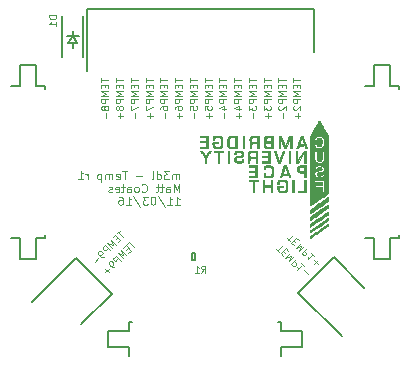
<source format=gbo>
G04 #@! TF.FileFunction,Legend,Bot*
%FSLAX46Y46*%
G04 Gerber Fmt 4.6, Leading zero omitted, Abs format (unit mm)*
G04 Created by KiCad (PCBNEW 4.0.2-4+6225~38~ubuntu14.04.1-stable) date Sun 08 May 2016 15:32:17 BST*
%MOMM*%
G01*
G04 APERTURE LIST*
%ADD10C,0.100000*%
%ADD11C,0.120000*%
%ADD12C,0.150000*%
%ADD13C,0.010000*%
%ADD14C,0.800000*%
%ADD15R,0.800000X0.800000*%
%ADD16O,0.800000X0.800000*%
%ADD17R,2.220000X0.740000*%
%ADD18C,1.200000*%
%ADD19R,0.740000X2.220000*%
%ADD20R,1.220000X0.910000*%
%ADD21R,0.750000X0.900000*%
G04 APERTURE END LIST*
D10*
X97833333Y-101461667D02*
X97833333Y-100995000D01*
X97833333Y-101061667D02*
X97800000Y-101028333D01*
X97733333Y-100995000D01*
X97633333Y-100995000D01*
X97566667Y-101028333D01*
X97533333Y-101095000D01*
X97533333Y-101461667D01*
X97533333Y-101095000D02*
X97500000Y-101028333D01*
X97433333Y-100995000D01*
X97333333Y-100995000D01*
X97266667Y-101028333D01*
X97233333Y-101095000D01*
X97233333Y-101461667D01*
X96966667Y-100761667D02*
X96533334Y-100761667D01*
X96766667Y-101028333D01*
X96666667Y-101028333D01*
X96600000Y-101061667D01*
X96566667Y-101095000D01*
X96533334Y-101161667D01*
X96533334Y-101328333D01*
X96566667Y-101395000D01*
X96600000Y-101428333D01*
X96666667Y-101461667D01*
X96866667Y-101461667D01*
X96933334Y-101428333D01*
X96966667Y-101395000D01*
X95933333Y-101461667D02*
X95933333Y-100761667D01*
X95933333Y-101428333D02*
X96000000Y-101461667D01*
X96133333Y-101461667D01*
X96200000Y-101428333D01*
X96233333Y-101395000D01*
X96266667Y-101328333D01*
X96266667Y-101128333D01*
X96233333Y-101061667D01*
X96200000Y-101028333D01*
X96133333Y-100995000D01*
X96000000Y-100995000D01*
X95933333Y-101028333D01*
X95500000Y-101461667D02*
X95566667Y-101428333D01*
X95600000Y-101361667D01*
X95600000Y-100761667D01*
X94700000Y-101195000D02*
X94166667Y-101195000D01*
X93400000Y-100761667D02*
X93000000Y-100761667D01*
X93200000Y-101461667D02*
X93200000Y-100761667D01*
X92500001Y-101428333D02*
X92566667Y-101461667D01*
X92700001Y-101461667D01*
X92766667Y-101428333D01*
X92800001Y-101361667D01*
X92800001Y-101095000D01*
X92766667Y-101028333D01*
X92700001Y-100995000D01*
X92566667Y-100995000D01*
X92500001Y-101028333D01*
X92466667Y-101095000D01*
X92466667Y-101161667D01*
X92800001Y-101228333D01*
X92166667Y-101461667D02*
X92166667Y-100995000D01*
X92166667Y-101061667D02*
X92133334Y-101028333D01*
X92066667Y-100995000D01*
X91966667Y-100995000D01*
X91900001Y-101028333D01*
X91866667Y-101095000D01*
X91866667Y-101461667D01*
X91866667Y-101095000D02*
X91833334Y-101028333D01*
X91766667Y-100995000D01*
X91666667Y-100995000D01*
X91600001Y-101028333D01*
X91566667Y-101095000D01*
X91566667Y-101461667D01*
X91233334Y-100995000D02*
X91233334Y-101695000D01*
X91233334Y-101028333D02*
X91166668Y-100995000D01*
X91033334Y-100995000D01*
X90966668Y-101028333D01*
X90933334Y-101061667D01*
X90900001Y-101128333D01*
X90900001Y-101328333D01*
X90933334Y-101395000D01*
X90966668Y-101428333D01*
X91033334Y-101461667D01*
X91166668Y-101461667D01*
X91233334Y-101428333D01*
X90066668Y-101461667D02*
X90066668Y-100995000D01*
X90066668Y-101128333D02*
X90033335Y-101061667D01*
X90000002Y-101028333D01*
X89933335Y-100995000D01*
X89866668Y-100995000D01*
X89266669Y-101461667D02*
X89666669Y-101461667D01*
X89466669Y-101461667D02*
X89466669Y-100761667D01*
X89533335Y-100861667D01*
X89600002Y-100928333D01*
X89666669Y-100961667D01*
X97833333Y-102541667D02*
X97833333Y-101841667D01*
X97600000Y-102341667D01*
X97366667Y-101841667D01*
X97366667Y-102541667D01*
X96733333Y-102541667D02*
X96733333Y-102175000D01*
X96766667Y-102108333D01*
X96833333Y-102075000D01*
X96966667Y-102075000D01*
X97033333Y-102108333D01*
X96733333Y-102508333D02*
X96800000Y-102541667D01*
X96966667Y-102541667D01*
X97033333Y-102508333D01*
X97066667Y-102441667D01*
X97066667Y-102375000D01*
X97033333Y-102308333D01*
X96966667Y-102275000D01*
X96800000Y-102275000D01*
X96733333Y-102241667D01*
X96500000Y-102075000D02*
X96233334Y-102075000D01*
X96400000Y-101841667D02*
X96400000Y-102441667D01*
X96366667Y-102508333D01*
X96300000Y-102541667D01*
X96233334Y-102541667D01*
X96100000Y-102075000D02*
X95833334Y-102075000D01*
X96000000Y-101841667D02*
X96000000Y-102441667D01*
X95966667Y-102508333D01*
X95900000Y-102541667D01*
X95833334Y-102541667D01*
X94666667Y-102475000D02*
X94700001Y-102508333D01*
X94800001Y-102541667D01*
X94866667Y-102541667D01*
X94966667Y-102508333D01*
X95033334Y-102441667D01*
X95066667Y-102375000D01*
X95100001Y-102241667D01*
X95100001Y-102141667D01*
X95066667Y-102008333D01*
X95033334Y-101941667D01*
X94966667Y-101875000D01*
X94866667Y-101841667D01*
X94800001Y-101841667D01*
X94700001Y-101875000D01*
X94666667Y-101908333D01*
X94266667Y-102541667D02*
X94333334Y-102508333D01*
X94366667Y-102475000D01*
X94400001Y-102408333D01*
X94400001Y-102208333D01*
X94366667Y-102141667D01*
X94333334Y-102108333D01*
X94266667Y-102075000D01*
X94166667Y-102075000D01*
X94100001Y-102108333D01*
X94066667Y-102141667D01*
X94033334Y-102208333D01*
X94033334Y-102408333D01*
X94066667Y-102475000D01*
X94100001Y-102508333D01*
X94166667Y-102541667D01*
X94266667Y-102541667D01*
X93433334Y-102541667D02*
X93433334Y-102175000D01*
X93466668Y-102108333D01*
X93533334Y-102075000D01*
X93666668Y-102075000D01*
X93733334Y-102108333D01*
X93433334Y-102508333D02*
X93500001Y-102541667D01*
X93666668Y-102541667D01*
X93733334Y-102508333D01*
X93766668Y-102441667D01*
X93766668Y-102375000D01*
X93733334Y-102308333D01*
X93666668Y-102275000D01*
X93500001Y-102275000D01*
X93433334Y-102241667D01*
X93200001Y-102075000D02*
X92933335Y-102075000D01*
X93100001Y-101841667D02*
X93100001Y-102441667D01*
X93066668Y-102508333D01*
X93000001Y-102541667D01*
X92933335Y-102541667D01*
X92433335Y-102508333D02*
X92500001Y-102541667D01*
X92633335Y-102541667D01*
X92700001Y-102508333D01*
X92733335Y-102441667D01*
X92733335Y-102175000D01*
X92700001Y-102108333D01*
X92633335Y-102075000D01*
X92500001Y-102075000D01*
X92433335Y-102108333D01*
X92400001Y-102175000D01*
X92400001Y-102241667D01*
X92733335Y-102308333D01*
X92133335Y-102508333D02*
X92066668Y-102541667D01*
X91933335Y-102541667D01*
X91866668Y-102508333D01*
X91833335Y-102441667D01*
X91833335Y-102408333D01*
X91866668Y-102341667D01*
X91933335Y-102308333D01*
X92033335Y-102308333D01*
X92100001Y-102275000D01*
X92133335Y-102208333D01*
X92133335Y-102175000D01*
X92100001Y-102108333D01*
X92033335Y-102075000D01*
X91933335Y-102075000D01*
X91866668Y-102108333D01*
X97466667Y-103621667D02*
X97866667Y-103621667D01*
X97666667Y-103621667D02*
X97666667Y-102921667D01*
X97733333Y-103021667D01*
X97800000Y-103088333D01*
X97866667Y-103121667D01*
X96800000Y-103621667D02*
X97200000Y-103621667D01*
X97000000Y-103621667D02*
X97000000Y-102921667D01*
X97066666Y-103021667D01*
X97133333Y-103088333D01*
X97200000Y-103121667D01*
X95999999Y-102888333D02*
X96599999Y-103788333D01*
X95633333Y-102921667D02*
X95566666Y-102921667D01*
X95500000Y-102955000D01*
X95466666Y-102988333D01*
X95433333Y-103055000D01*
X95400000Y-103188333D01*
X95400000Y-103355000D01*
X95433333Y-103488333D01*
X95466666Y-103555000D01*
X95500000Y-103588333D01*
X95566666Y-103621667D01*
X95633333Y-103621667D01*
X95700000Y-103588333D01*
X95733333Y-103555000D01*
X95766666Y-103488333D01*
X95800000Y-103355000D01*
X95800000Y-103188333D01*
X95766666Y-103055000D01*
X95733333Y-102988333D01*
X95700000Y-102955000D01*
X95633333Y-102921667D01*
X95166666Y-102921667D02*
X94733333Y-102921667D01*
X94966666Y-103188333D01*
X94866666Y-103188333D01*
X94799999Y-103221667D01*
X94766666Y-103255000D01*
X94733333Y-103321667D01*
X94733333Y-103488333D01*
X94766666Y-103555000D01*
X94799999Y-103588333D01*
X94866666Y-103621667D01*
X95066666Y-103621667D01*
X95133333Y-103588333D01*
X95166666Y-103555000D01*
X93933332Y-102888333D02*
X94533332Y-103788333D01*
X93333333Y-103621667D02*
X93733333Y-103621667D01*
X93533333Y-103621667D02*
X93533333Y-102921667D01*
X93599999Y-103021667D01*
X93666666Y-103088333D01*
X93733333Y-103121667D01*
X92733332Y-102921667D02*
X92866666Y-102921667D01*
X92933332Y-102955000D01*
X92966666Y-102988333D01*
X93033332Y-103088333D01*
X93066666Y-103221667D01*
X93066666Y-103488333D01*
X93033332Y-103555000D01*
X92999999Y-103588333D01*
X92933332Y-103621667D01*
X92799999Y-103621667D01*
X92733332Y-103588333D01*
X92699999Y-103555000D01*
X92666666Y-103488333D01*
X92666666Y-103321667D01*
X92699999Y-103255000D01*
X92733332Y-103221667D01*
X92799999Y-103188333D01*
X92933332Y-103188333D01*
X92999999Y-103221667D01*
X93033332Y-103255000D01*
X93066666Y-103321667D01*
D11*
X106043858Y-107352893D02*
X106286295Y-107595329D01*
X106589340Y-107049847D02*
X106165076Y-107474111D01*
X106629746Y-107534720D02*
X106771168Y-107676142D01*
X107054010Y-107514517D02*
X106851980Y-107312487D01*
X106427716Y-107736751D01*
X106629746Y-107938781D01*
X107235838Y-107696344D02*
X106811574Y-108120609D01*
X107256041Y-107958984D01*
X107094417Y-108403451D01*
X107518681Y-107979187D01*
X107720711Y-108181217D02*
X107296447Y-108605482D01*
X107458072Y-108767106D01*
X107518680Y-108787309D01*
X107559086Y-108787310D01*
X107619695Y-108767106D01*
X107680305Y-108706497D01*
X107700508Y-108645888D01*
X107700508Y-108605482D01*
X107680305Y-108544873D01*
X107518680Y-108383248D01*
X108367209Y-108827715D02*
X108124772Y-108585279D01*
X108245990Y-108706497D02*
X107821726Y-109130761D01*
X107841929Y-109029746D01*
X107841930Y-108948934D01*
X107821726Y-108888325D01*
X108387412Y-109171168D02*
X108710661Y-109494417D01*
X106927741Y-106469009D02*
X107170178Y-106711445D01*
X107473223Y-106165963D02*
X107048959Y-106590227D01*
X107513629Y-106650836D02*
X107655051Y-106792258D01*
X107937893Y-106630633D02*
X107735863Y-106428603D01*
X107311599Y-106852867D01*
X107513629Y-107054897D01*
X108119721Y-106812460D02*
X107695457Y-107236725D01*
X108139924Y-107075100D01*
X107978300Y-107519567D01*
X108402564Y-107095303D01*
X108604594Y-107297333D02*
X108180330Y-107721598D01*
X108341955Y-107883222D01*
X108402563Y-107903425D01*
X108442969Y-107903426D01*
X108503578Y-107883222D01*
X108564188Y-107822613D01*
X108584391Y-107762004D01*
X108584391Y-107721598D01*
X108564188Y-107660989D01*
X108402563Y-107499364D01*
X109251092Y-107943831D02*
X109008655Y-107701395D01*
X109129873Y-107822613D02*
X108705609Y-108246877D01*
X108725812Y-108145862D01*
X108725813Y-108065050D01*
X108705609Y-108004441D01*
X109271295Y-108287284D02*
X109594544Y-108610533D01*
X109594544Y-108287284D02*
X109271295Y-108610533D01*
X93680991Y-106677741D02*
X93438555Y-106920178D01*
X93984037Y-107223223D02*
X93559773Y-106798959D01*
X93499164Y-107263629D02*
X93357742Y-107405051D01*
X93519367Y-107687893D02*
X93721397Y-107485863D01*
X93297133Y-107061599D01*
X93095103Y-107263629D01*
X93337540Y-107869721D02*
X92913275Y-107445457D01*
X93074900Y-107889924D01*
X92630433Y-107728300D01*
X93054697Y-108152564D01*
X92852667Y-108354594D02*
X92428402Y-107930330D01*
X92266778Y-108091955D01*
X92246575Y-108152563D01*
X92246574Y-108192969D01*
X92266778Y-108253578D01*
X92327387Y-108314188D01*
X92387996Y-108334391D01*
X92428402Y-108334391D01*
X92489011Y-108314188D01*
X92650636Y-108152563D01*
X92408199Y-108799062D02*
X92327387Y-108879873D01*
X92266778Y-108900076D01*
X92226371Y-108900077D01*
X92125356Y-108879873D01*
X92024341Y-108819264D01*
X91862716Y-108657639D01*
X91842514Y-108597030D01*
X91842514Y-108556624D01*
X91862717Y-108496015D01*
X91943529Y-108415203D01*
X92004138Y-108395000D01*
X92044544Y-108395000D01*
X92105153Y-108415203D01*
X92206168Y-108516218D01*
X92226371Y-108576827D01*
X92226371Y-108617234D01*
X92206169Y-108677842D01*
X92125356Y-108758655D01*
X92064747Y-108778858D01*
X92024341Y-108778857D01*
X91963731Y-108758655D01*
X91862716Y-109021295D02*
X91539467Y-109344544D01*
X91862716Y-109344544D02*
X91539467Y-109021295D01*
X92797107Y-105793858D02*
X92554671Y-106036295D01*
X93100153Y-106339340D02*
X92675889Y-105915076D01*
X92615280Y-106379746D02*
X92473858Y-106521168D01*
X92635483Y-106804010D02*
X92837513Y-106601980D01*
X92413249Y-106177716D01*
X92211219Y-106379746D01*
X92453656Y-106985838D02*
X92029391Y-106561574D01*
X92191016Y-107006041D01*
X91746549Y-106844417D01*
X92170813Y-107268681D01*
X91968783Y-107470711D02*
X91544518Y-107046447D01*
X91382894Y-107208072D01*
X91362691Y-107268680D01*
X91362690Y-107309086D01*
X91382894Y-107369695D01*
X91443503Y-107430305D01*
X91504112Y-107450508D01*
X91544518Y-107450508D01*
X91605127Y-107430305D01*
X91766752Y-107268680D01*
X91524315Y-107915179D02*
X91443503Y-107995990D01*
X91382894Y-108016193D01*
X91342487Y-108016194D01*
X91241472Y-107995990D01*
X91140457Y-107935381D01*
X90978832Y-107773756D01*
X90958630Y-107713147D01*
X90958630Y-107672741D01*
X90978833Y-107612132D01*
X91059645Y-107531320D01*
X91120254Y-107511117D01*
X91160660Y-107511117D01*
X91221269Y-107531320D01*
X91322284Y-107632335D01*
X91342487Y-107692944D01*
X91342487Y-107733351D01*
X91322285Y-107793959D01*
X91241472Y-107874772D01*
X91180863Y-107894975D01*
X91140457Y-107894974D01*
X91079847Y-107874772D01*
X90978832Y-108137412D02*
X90655583Y-108460661D01*
X87421429Y-87557143D02*
X86821429Y-87557143D01*
X86821429Y-87700000D01*
X86850000Y-87785715D01*
X86907143Y-87842857D01*
X86964286Y-87871429D01*
X87078571Y-87900000D01*
X87164286Y-87900000D01*
X87278571Y-87871429D01*
X87335714Y-87842857D01*
X87392857Y-87785715D01*
X87421429Y-87700000D01*
X87421429Y-87557143D01*
X87421429Y-88471429D02*
X87421429Y-88128572D01*
X87421429Y-88300000D02*
X86821429Y-88300000D01*
X86907143Y-88242857D01*
X86964286Y-88185715D01*
X86992857Y-88128572D01*
X91221429Y-92907143D02*
X91221429Y-93250000D01*
X91821429Y-93078571D02*
X91221429Y-93078571D01*
X91507143Y-93450000D02*
X91507143Y-93650000D01*
X91821429Y-93735714D02*
X91821429Y-93450000D01*
X91221429Y-93450000D01*
X91221429Y-93735714D01*
X91821429Y-93992857D02*
X91221429Y-93992857D01*
X91650000Y-94192857D01*
X91221429Y-94392857D01*
X91821429Y-94392857D01*
X91821429Y-94678571D02*
X91221429Y-94678571D01*
X91221429Y-94907143D01*
X91250000Y-94964285D01*
X91278571Y-94992857D01*
X91335714Y-95021428D01*
X91421429Y-95021428D01*
X91478571Y-94992857D01*
X91507143Y-94964285D01*
X91535714Y-94907143D01*
X91535714Y-94678571D01*
X91478571Y-95364285D02*
X91450000Y-95307143D01*
X91421429Y-95278571D01*
X91364286Y-95250000D01*
X91335714Y-95250000D01*
X91278571Y-95278571D01*
X91250000Y-95307143D01*
X91221429Y-95364285D01*
X91221429Y-95478571D01*
X91250000Y-95535714D01*
X91278571Y-95564285D01*
X91335714Y-95592857D01*
X91364286Y-95592857D01*
X91421429Y-95564285D01*
X91450000Y-95535714D01*
X91478571Y-95478571D01*
X91478571Y-95364285D01*
X91507143Y-95307143D01*
X91535714Y-95278571D01*
X91592857Y-95250000D01*
X91707143Y-95250000D01*
X91764286Y-95278571D01*
X91792857Y-95307143D01*
X91821429Y-95364285D01*
X91821429Y-95478571D01*
X91792857Y-95535714D01*
X91764286Y-95564285D01*
X91707143Y-95592857D01*
X91592857Y-95592857D01*
X91535714Y-95564285D01*
X91507143Y-95535714D01*
X91478571Y-95478571D01*
X91592857Y-95850000D02*
X91592857Y-96307143D01*
X98721429Y-92907143D02*
X98721429Y-93250000D01*
X99321429Y-93078571D02*
X98721429Y-93078571D01*
X99007143Y-93450000D02*
X99007143Y-93650000D01*
X99321429Y-93735714D02*
X99321429Y-93450000D01*
X98721429Y-93450000D01*
X98721429Y-93735714D01*
X99321429Y-93992857D02*
X98721429Y-93992857D01*
X99150000Y-94192857D01*
X98721429Y-94392857D01*
X99321429Y-94392857D01*
X99321429Y-94678571D02*
X98721429Y-94678571D01*
X98721429Y-94907143D01*
X98750000Y-94964285D01*
X98778571Y-94992857D01*
X98835714Y-95021428D01*
X98921429Y-95021428D01*
X98978571Y-94992857D01*
X99007143Y-94964285D01*
X99035714Y-94907143D01*
X99035714Y-94678571D01*
X98721429Y-95564285D02*
X98721429Y-95278571D01*
X99007143Y-95250000D01*
X98978571Y-95278571D01*
X98950000Y-95335714D01*
X98950000Y-95478571D01*
X98978571Y-95535714D01*
X99007143Y-95564285D01*
X99064286Y-95592857D01*
X99207143Y-95592857D01*
X99264286Y-95564285D01*
X99292857Y-95535714D01*
X99321429Y-95478571D01*
X99321429Y-95335714D01*
X99292857Y-95278571D01*
X99264286Y-95250000D01*
X99092857Y-95850000D02*
X99092857Y-96307143D01*
X94971429Y-92907143D02*
X94971429Y-93250000D01*
X95571429Y-93078571D02*
X94971429Y-93078571D01*
X95257143Y-93450000D02*
X95257143Y-93650000D01*
X95571429Y-93735714D02*
X95571429Y-93450000D01*
X94971429Y-93450000D01*
X94971429Y-93735714D01*
X95571429Y-93992857D02*
X94971429Y-93992857D01*
X95400000Y-94192857D01*
X94971429Y-94392857D01*
X95571429Y-94392857D01*
X95571429Y-94678571D02*
X94971429Y-94678571D01*
X94971429Y-94907143D01*
X95000000Y-94964285D01*
X95028571Y-94992857D01*
X95085714Y-95021428D01*
X95171429Y-95021428D01*
X95228571Y-94992857D01*
X95257143Y-94964285D01*
X95285714Y-94907143D01*
X95285714Y-94678571D01*
X94971429Y-95221428D02*
X94971429Y-95621428D01*
X95571429Y-95364285D01*
X95342857Y-95850000D02*
X95342857Y-96307143D01*
X95571429Y-96078572D02*
X95114286Y-96078572D01*
X97471429Y-92907143D02*
X97471429Y-93250000D01*
X98071429Y-93078571D02*
X97471429Y-93078571D01*
X97757143Y-93450000D02*
X97757143Y-93650000D01*
X98071429Y-93735714D02*
X98071429Y-93450000D01*
X97471429Y-93450000D01*
X97471429Y-93735714D01*
X98071429Y-93992857D02*
X97471429Y-93992857D01*
X97900000Y-94192857D01*
X97471429Y-94392857D01*
X98071429Y-94392857D01*
X98071429Y-94678571D02*
X97471429Y-94678571D01*
X97471429Y-94907143D01*
X97500000Y-94964285D01*
X97528571Y-94992857D01*
X97585714Y-95021428D01*
X97671429Y-95021428D01*
X97728571Y-94992857D01*
X97757143Y-94964285D01*
X97785714Y-94907143D01*
X97785714Y-94678571D01*
X97471429Y-95535714D02*
X97471429Y-95421428D01*
X97500000Y-95364285D01*
X97528571Y-95335714D01*
X97614286Y-95278571D01*
X97728571Y-95250000D01*
X97957143Y-95250000D01*
X98014286Y-95278571D01*
X98042857Y-95307143D01*
X98071429Y-95364285D01*
X98071429Y-95478571D01*
X98042857Y-95535714D01*
X98014286Y-95564285D01*
X97957143Y-95592857D01*
X97814286Y-95592857D01*
X97757143Y-95564285D01*
X97728571Y-95535714D01*
X97700000Y-95478571D01*
X97700000Y-95364285D01*
X97728571Y-95307143D01*
X97757143Y-95278571D01*
X97814286Y-95250000D01*
X97842857Y-95850000D02*
X97842857Y-96307143D01*
X98071429Y-96078572D02*
X97614286Y-96078572D01*
X96221429Y-92907143D02*
X96221429Y-93250000D01*
X96821429Y-93078571D02*
X96221429Y-93078571D01*
X96507143Y-93450000D02*
X96507143Y-93650000D01*
X96821429Y-93735714D02*
X96821429Y-93450000D01*
X96221429Y-93450000D01*
X96221429Y-93735714D01*
X96821429Y-93992857D02*
X96221429Y-93992857D01*
X96650000Y-94192857D01*
X96221429Y-94392857D01*
X96821429Y-94392857D01*
X96821429Y-94678571D02*
X96221429Y-94678571D01*
X96221429Y-94907143D01*
X96250000Y-94964285D01*
X96278571Y-94992857D01*
X96335714Y-95021428D01*
X96421429Y-95021428D01*
X96478571Y-94992857D01*
X96507143Y-94964285D01*
X96535714Y-94907143D01*
X96535714Y-94678571D01*
X96221429Y-95535714D02*
X96221429Y-95421428D01*
X96250000Y-95364285D01*
X96278571Y-95335714D01*
X96364286Y-95278571D01*
X96478571Y-95250000D01*
X96707143Y-95250000D01*
X96764286Y-95278571D01*
X96792857Y-95307143D01*
X96821429Y-95364285D01*
X96821429Y-95478571D01*
X96792857Y-95535714D01*
X96764286Y-95564285D01*
X96707143Y-95592857D01*
X96564286Y-95592857D01*
X96507143Y-95564285D01*
X96478571Y-95535714D01*
X96450000Y-95478571D01*
X96450000Y-95364285D01*
X96478571Y-95307143D01*
X96507143Y-95278571D01*
X96564286Y-95250000D01*
X96592857Y-95850000D02*
X96592857Y-96307143D01*
X92471429Y-92907143D02*
X92471429Y-93250000D01*
X93071429Y-93078571D02*
X92471429Y-93078571D01*
X92757143Y-93450000D02*
X92757143Y-93650000D01*
X93071429Y-93735714D02*
X93071429Y-93450000D01*
X92471429Y-93450000D01*
X92471429Y-93735714D01*
X93071429Y-93992857D02*
X92471429Y-93992857D01*
X92900000Y-94192857D01*
X92471429Y-94392857D01*
X93071429Y-94392857D01*
X93071429Y-94678571D02*
X92471429Y-94678571D01*
X92471429Y-94907143D01*
X92500000Y-94964285D01*
X92528571Y-94992857D01*
X92585714Y-95021428D01*
X92671429Y-95021428D01*
X92728571Y-94992857D01*
X92757143Y-94964285D01*
X92785714Y-94907143D01*
X92785714Y-94678571D01*
X92728571Y-95364285D02*
X92700000Y-95307143D01*
X92671429Y-95278571D01*
X92614286Y-95250000D01*
X92585714Y-95250000D01*
X92528571Y-95278571D01*
X92500000Y-95307143D01*
X92471429Y-95364285D01*
X92471429Y-95478571D01*
X92500000Y-95535714D01*
X92528571Y-95564285D01*
X92585714Y-95592857D01*
X92614286Y-95592857D01*
X92671429Y-95564285D01*
X92700000Y-95535714D01*
X92728571Y-95478571D01*
X92728571Y-95364285D01*
X92757143Y-95307143D01*
X92785714Y-95278571D01*
X92842857Y-95250000D01*
X92957143Y-95250000D01*
X93014286Y-95278571D01*
X93042857Y-95307143D01*
X93071429Y-95364285D01*
X93071429Y-95478571D01*
X93042857Y-95535714D01*
X93014286Y-95564285D01*
X92957143Y-95592857D01*
X92842857Y-95592857D01*
X92785714Y-95564285D01*
X92757143Y-95535714D01*
X92728571Y-95478571D01*
X92842857Y-95850000D02*
X92842857Y-96307143D01*
X93071429Y-96078572D02*
X92614286Y-96078572D01*
X93721429Y-92907143D02*
X93721429Y-93250000D01*
X94321429Y-93078571D02*
X93721429Y-93078571D01*
X94007143Y-93450000D02*
X94007143Y-93650000D01*
X94321429Y-93735714D02*
X94321429Y-93450000D01*
X93721429Y-93450000D01*
X93721429Y-93735714D01*
X94321429Y-93992857D02*
X93721429Y-93992857D01*
X94150000Y-94192857D01*
X93721429Y-94392857D01*
X94321429Y-94392857D01*
X94321429Y-94678571D02*
X93721429Y-94678571D01*
X93721429Y-94907143D01*
X93750000Y-94964285D01*
X93778571Y-94992857D01*
X93835714Y-95021428D01*
X93921429Y-95021428D01*
X93978571Y-94992857D01*
X94007143Y-94964285D01*
X94035714Y-94907143D01*
X94035714Y-94678571D01*
X93721429Y-95221428D02*
X93721429Y-95621428D01*
X94321429Y-95364285D01*
X94092857Y-95850000D02*
X94092857Y-96307143D01*
X99971429Y-92907143D02*
X99971429Y-93250000D01*
X100571429Y-93078571D02*
X99971429Y-93078571D01*
X100257143Y-93450000D02*
X100257143Y-93650000D01*
X100571429Y-93735714D02*
X100571429Y-93450000D01*
X99971429Y-93450000D01*
X99971429Y-93735714D01*
X100571429Y-93992857D02*
X99971429Y-93992857D01*
X100400000Y-94192857D01*
X99971429Y-94392857D01*
X100571429Y-94392857D01*
X100571429Y-94678571D02*
X99971429Y-94678571D01*
X99971429Y-94907143D01*
X100000000Y-94964285D01*
X100028571Y-94992857D01*
X100085714Y-95021428D01*
X100171429Y-95021428D01*
X100228571Y-94992857D01*
X100257143Y-94964285D01*
X100285714Y-94907143D01*
X100285714Y-94678571D01*
X99971429Y-95564285D02*
X99971429Y-95278571D01*
X100257143Y-95250000D01*
X100228571Y-95278571D01*
X100200000Y-95335714D01*
X100200000Y-95478571D01*
X100228571Y-95535714D01*
X100257143Y-95564285D01*
X100314286Y-95592857D01*
X100457143Y-95592857D01*
X100514286Y-95564285D01*
X100542857Y-95535714D01*
X100571429Y-95478571D01*
X100571429Y-95335714D01*
X100542857Y-95278571D01*
X100514286Y-95250000D01*
X100342857Y-95850000D02*
X100342857Y-96307143D01*
X100571429Y-96078572D02*
X100114286Y-96078572D01*
X101221429Y-92907143D02*
X101221429Y-93250000D01*
X101821429Y-93078571D02*
X101221429Y-93078571D01*
X101507143Y-93450000D02*
X101507143Y-93650000D01*
X101821429Y-93735714D02*
X101821429Y-93450000D01*
X101221429Y-93450000D01*
X101221429Y-93735714D01*
X101821429Y-93992857D02*
X101221429Y-93992857D01*
X101650000Y-94192857D01*
X101221429Y-94392857D01*
X101821429Y-94392857D01*
X101821429Y-94678571D02*
X101221429Y-94678571D01*
X101221429Y-94907143D01*
X101250000Y-94964285D01*
X101278571Y-94992857D01*
X101335714Y-95021428D01*
X101421429Y-95021428D01*
X101478571Y-94992857D01*
X101507143Y-94964285D01*
X101535714Y-94907143D01*
X101535714Y-94678571D01*
X101421429Y-95535714D02*
X101821429Y-95535714D01*
X101192857Y-95392857D02*
X101621429Y-95250000D01*
X101621429Y-95621428D01*
X101592857Y-95850000D02*
X101592857Y-96307143D01*
X106221429Y-92907143D02*
X106221429Y-93250000D01*
X106821429Y-93078571D02*
X106221429Y-93078571D01*
X106507143Y-93450000D02*
X106507143Y-93650000D01*
X106821429Y-93735714D02*
X106821429Y-93450000D01*
X106221429Y-93450000D01*
X106221429Y-93735714D01*
X106821429Y-93992857D02*
X106221429Y-93992857D01*
X106650000Y-94192857D01*
X106221429Y-94392857D01*
X106821429Y-94392857D01*
X106821429Y-94678571D02*
X106221429Y-94678571D01*
X106221429Y-94907143D01*
X106250000Y-94964285D01*
X106278571Y-94992857D01*
X106335714Y-95021428D01*
X106421429Y-95021428D01*
X106478571Y-94992857D01*
X106507143Y-94964285D01*
X106535714Y-94907143D01*
X106535714Y-94678571D01*
X106278571Y-95250000D02*
X106250000Y-95278571D01*
X106221429Y-95335714D01*
X106221429Y-95478571D01*
X106250000Y-95535714D01*
X106278571Y-95564285D01*
X106335714Y-95592857D01*
X106392857Y-95592857D01*
X106478571Y-95564285D01*
X106821429Y-95221428D01*
X106821429Y-95592857D01*
X106592857Y-95850000D02*
X106592857Y-96307143D01*
X104971429Y-92907143D02*
X104971429Y-93250000D01*
X105571429Y-93078571D02*
X104971429Y-93078571D01*
X105257143Y-93450000D02*
X105257143Y-93650000D01*
X105571429Y-93735714D02*
X105571429Y-93450000D01*
X104971429Y-93450000D01*
X104971429Y-93735714D01*
X105571429Y-93992857D02*
X104971429Y-93992857D01*
X105400000Y-94192857D01*
X104971429Y-94392857D01*
X105571429Y-94392857D01*
X105571429Y-94678571D02*
X104971429Y-94678571D01*
X104971429Y-94907143D01*
X105000000Y-94964285D01*
X105028571Y-94992857D01*
X105085714Y-95021428D01*
X105171429Y-95021428D01*
X105228571Y-94992857D01*
X105257143Y-94964285D01*
X105285714Y-94907143D01*
X105285714Y-94678571D01*
X104971429Y-95221428D02*
X104971429Y-95592857D01*
X105200000Y-95392857D01*
X105200000Y-95478571D01*
X105228571Y-95535714D01*
X105257143Y-95564285D01*
X105314286Y-95592857D01*
X105457143Y-95592857D01*
X105514286Y-95564285D01*
X105542857Y-95535714D01*
X105571429Y-95478571D01*
X105571429Y-95307143D01*
X105542857Y-95250000D01*
X105514286Y-95221428D01*
X105342857Y-95850000D02*
X105342857Y-96307143D01*
X105571429Y-96078572D02*
X105114286Y-96078572D01*
X107471429Y-92907143D02*
X107471429Y-93250000D01*
X108071429Y-93078571D02*
X107471429Y-93078571D01*
X107757143Y-93450000D02*
X107757143Y-93650000D01*
X108071429Y-93735714D02*
X108071429Y-93450000D01*
X107471429Y-93450000D01*
X107471429Y-93735714D01*
X108071429Y-93992857D02*
X107471429Y-93992857D01*
X107900000Y-94192857D01*
X107471429Y-94392857D01*
X108071429Y-94392857D01*
X108071429Y-94678571D02*
X107471429Y-94678571D01*
X107471429Y-94907143D01*
X107500000Y-94964285D01*
X107528571Y-94992857D01*
X107585714Y-95021428D01*
X107671429Y-95021428D01*
X107728571Y-94992857D01*
X107757143Y-94964285D01*
X107785714Y-94907143D01*
X107785714Y-94678571D01*
X107528571Y-95250000D02*
X107500000Y-95278571D01*
X107471429Y-95335714D01*
X107471429Y-95478571D01*
X107500000Y-95535714D01*
X107528571Y-95564285D01*
X107585714Y-95592857D01*
X107642857Y-95592857D01*
X107728571Y-95564285D01*
X108071429Y-95221428D01*
X108071429Y-95592857D01*
X107842857Y-95850000D02*
X107842857Y-96307143D01*
X108071429Y-96078572D02*
X107614286Y-96078572D01*
X102471429Y-92907143D02*
X102471429Y-93250000D01*
X103071429Y-93078571D02*
X102471429Y-93078571D01*
X102757143Y-93450000D02*
X102757143Y-93650000D01*
X103071429Y-93735714D02*
X103071429Y-93450000D01*
X102471429Y-93450000D01*
X102471429Y-93735714D01*
X103071429Y-93992857D02*
X102471429Y-93992857D01*
X102900000Y-94192857D01*
X102471429Y-94392857D01*
X103071429Y-94392857D01*
X103071429Y-94678571D02*
X102471429Y-94678571D01*
X102471429Y-94907143D01*
X102500000Y-94964285D01*
X102528571Y-94992857D01*
X102585714Y-95021428D01*
X102671429Y-95021428D01*
X102728571Y-94992857D01*
X102757143Y-94964285D01*
X102785714Y-94907143D01*
X102785714Y-94678571D01*
X102671429Y-95535714D02*
X103071429Y-95535714D01*
X102442857Y-95392857D02*
X102871429Y-95250000D01*
X102871429Y-95621428D01*
X102842857Y-95850000D02*
X102842857Y-96307143D01*
X103071429Y-96078572D02*
X102614286Y-96078572D01*
X103721429Y-92907143D02*
X103721429Y-93250000D01*
X104321429Y-93078571D02*
X103721429Y-93078571D01*
X104007143Y-93450000D02*
X104007143Y-93650000D01*
X104321429Y-93735714D02*
X104321429Y-93450000D01*
X103721429Y-93450000D01*
X103721429Y-93735714D01*
X104321429Y-93992857D02*
X103721429Y-93992857D01*
X104150000Y-94192857D01*
X103721429Y-94392857D01*
X104321429Y-94392857D01*
X104321429Y-94678571D02*
X103721429Y-94678571D01*
X103721429Y-94907143D01*
X103750000Y-94964285D01*
X103778571Y-94992857D01*
X103835714Y-95021428D01*
X103921429Y-95021428D01*
X103978571Y-94992857D01*
X104007143Y-94964285D01*
X104035714Y-94907143D01*
X104035714Y-94678571D01*
X103721429Y-95221428D02*
X103721429Y-95592857D01*
X103950000Y-95392857D01*
X103950000Y-95478571D01*
X103978571Y-95535714D01*
X104007143Y-95564285D01*
X104064286Y-95592857D01*
X104207143Y-95592857D01*
X104264286Y-95564285D01*
X104292857Y-95535714D01*
X104321429Y-95478571D01*
X104321429Y-95307143D01*
X104292857Y-95250000D01*
X104264286Y-95221428D01*
X104092857Y-95850000D02*
X104092857Y-96307143D01*
X99700000Y-109371429D02*
X99900000Y-109085714D01*
X100042857Y-109371429D02*
X100042857Y-108771429D01*
X99814285Y-108771429D01*
X99757143Y-108800000D01*
X99728571Y-108828571D01*
X99700000Y-108885714D01*
X99700000Y-108971429D01*
X99728571Y-109028571D01*
X99757143Y-109057143D01*
X99814285Y-109085714D01*
X100042857Y-109085714D01*
X99128571Y-109371429D02*
X99471428Y-109371429D01*
X99300000Y-109371429D02*
X99300000Y-108771429D01*
X99357143Y-108857143D01*
X99414285Y-108914286D01*
X99471428Y-108942857D01*
D12*
X111621142Y-114760229D02*
X107908832Y-111047918D01*
X107908832Y-111047918D02*
X110914035Y-108042714D01*
X110914035Y-108042714D02*
X113494975Y-110623654D01*
X85389771Y-111871142D02*
X89102082Y-108158832D01*
X89102082Y-108158832D02*
X92107286Y-111164035D01*
X92107286Y-111164035D02*
X89526346Y-113744975D01*
X90000000Y-92300000D02*
X90000000Y-87050000D01*
X90000000Y-87050000D02*
X109250000Y-87050000D01*
X109250000Y-87050000D02*
X109250000Y-90700000D01*
X83550000Y-106465000D02*
X84315000Y-106465000D01*
X84315000Y-106465000D02*
X84315000Y-108245000D01*
X84315000Y-108245000D02*
X85685000Y-108245000D01*
X85685000Y-108245000D02*
X85685000Y-106465000D01*
X85685000Y-106465000D02*
X86450000Y-106465000D01*
X86450000Y-106465000D02*
X86450000Y-106165000D01*
X86450000Y-93835000D02*
X86450000Y-93535000D01*
X86450000Y-93535000D02*
X85685000Y-93535000D01*
X85685000Y-93535000D02*
X85685000Y-91755000D01*
X85685000Y-91755000D02*
X84315000Y-91755000D01*
X84315000Y-91755000D02*
X84315000Y-93535000D01*
X84315000Y-93535000D02*
X83550000Y-93535000D01*
X113550000Y-106465000D02*
X114315000Y-106465000D01*
X114315000Y-106465000D02*
X114315000Y-108245000D01*
X114315000Y-108245000D02*
X115685000Y-108245000D01*
X115685000Y-108245000D02*
X115685000Y-106465000D01*
X115685000Y-106465000D02*
X116450000Y-106465000D01*
X116450000Y-106465000D02*
X116450000Y-106165000D01*
X116450000Y-93835000D02*
X116450000Y-93535000D01*
X116450000Y-93535000D02*
X115685000Y-93535000D01*
X115685000Y-93535000D02*
X115685000Y-91755000D01*
X115685000Y-91755000D02*
X114315000Y-91755000D01*
X114315000Y-91755000D02*
X114315000Y-93535000D01*
X114315000Y-93535000D02*
X113550000Y-93535000D01*
X106465000Y-116450000D02*
X106465000Y-115685000D01*
X106465000Y-115685000D02*
X108245000Y-115685000D01*
X108245000Y-115685000D02*
X108245000Y-114315000D01*
X108245000Y-114315000D02*
X106465000Y-114315000D01*
X106465000Y-114315000D02*
X106465000Y-113550000D01*
X106465000Y-113550000D02*
X106165000Y-113550000D01*
X93835000Y-113550000D02*
X93535000Y-113550000D01*
X93535000Y-113550000D02*
X93535000Y-114315000D01*
X93535000Y-114315000D02*
X91755000Y-114315000D01*
X91755000Y-114315000D02*
X91755000Y-115685000D01*
X91755000Y-115685000D02*
X93535000Y-115685000D01*
X93535000Y-115685000D02*
X93535000Y-116450000D01*
X88800000Y-89917500D02*
X88800000Y-90298500D01*
X88800000Y-88901500D02*
X88800000Y-89282500D01*
X88800000Y-89282500D02*
X88419000Y-89917500D01*
X88419000Y-89917500D02*
X89181000Y-89917500D01*
X89181000Y-89917500D02*
X88800000Y-89282500D01*
X88292000Y-89282500D02*
X89308000Y-89282500D01*
X89700000Y-87600000D02*
X89700000Y-91140000D01*
X87900000Y-87600000D02*
X87900000Y-91140000D01*
X98875000Y-108325000D02*
X99125000Y-108325000D01*
X99125000Y-108325000D02*
X99125000Y-107675000D01*
X99125000Y-107675000D02*
X98875000Y-107675000D01*
X98875000Y-107675000D02*
X98875000Y-108325000D01*
D13*
G36*
X110402031Y-105241705D02*
X110367847Y-105262074D01*
X110317055Y-105294287D01*
X110251712Y-105336923D01*
X110173876Y-105388562D01*
X110085606Y-105447784D01*
X109988961Y-105513167D01*
X109885997Y-105583292D01*
X109778774Y-105656739D01*
X109669350Y-105732086D01*
X109559782Y-105807914D01*
X109452130Y-105882802D01*
X109348451Y-105955329D01*
X109250803Y-106024077D01*
X109161245Y-106087623D01*
X109081834Y-106144548D01*
X109014630Y-106193431D01*
X108961690Y-106232852D01*
X108925072Y-106261391D01*
X108908025Y-106276333D01*
X108877032Y-106313505D01*
X108862822Y-106346069D01*
X108860400Y-106370758D01*
X108862552Y-106395237D01*
X108870332Y-106410526D01*
X108885724Y-106415802D01*
X108910715Y-106410246D01*
X108947289Y-106393036D01*
X108997433Y-106363350D01*
X109063131Y-106320369D01*
X109146370Y-106263270D01*
X109184250Y-106236833D01*
X109252023Y-106189460D01*
X109336702Y-106130392D01*
X109434315Y-106062396D01*
X109540885Y-105988237D01*
X109652438Y-105910681D01*
X109764999Y-105832494D01*
X109874594Y-105756441D01*
X109898615Y-105739782D01*
X109996495Y-105671692D01*
X110089297Y-105606710D01*
X110174630Y-105546540D01*
X110250103Y-105492889D01*
X110313323Y-105447462D01*
X110361899Y-105411963D01*
X110393441Y-105388097D01*
X110403440Y-105379848D01*
X110432321Y-105349095D01*
X110445248Y-105319941D01*
X110447900Y-105286862D01*
X110446214Y-105253474D01*
X110438441Y-105238398D01*
X110420511Y-105234625D01*
X110417548Y-105234600D01*
X110402031Y-105241705D01*
X110402031Y-105241705D01*
G37*
X110402031Y-105241705D02*
X110367847Y-105262074D01*
X110317055Y-105294287D01*
X110251712Y-105336923D01*
X110173876Y-105388562D01*
X110085606Y-105447784D01*
X109988961Y-105513167D01*
X109885997Y-105583292D01*
X109778774Y-105656739D01*
X109669350Y-105732086D01*
X109559782Y-105807914D01*
X109452130Y-105882802D01*
X109348451Y-105955329D01*
X109250803Y-106024077D01*
X109161245Y-106087623D01*
X109081834Y-106144548D01*
X109014630Y-106193431D01*
X108961690Y-106232852D01*
X108925072Y-106261391D01*
X108908025Y-106276333D01*
X108877032Y-106313505D01*
X108862822Y-106346069D01*
X108860400Y-106370758D01*
X108862552Y-106395237D01*
X108870332Y-106410526D01*
X108885724Y-106415802D01*
X108910715Y-106410246D01*
X108947289Y-106393036D01*
X108997433Y-106363350D01*
X109063131Y-106320369D01*
X109146370Y-106263270D01*
X109184250Y-106236833D01*
X109252023Y-106189460D01*
X109336702Y-106130392D01*
X109434315Y-106062396D01*
X109540885Y-105988237D01*
X109652438Y-105910681D01*
X109764999Y-105832494D01*
X109874594Y-105756441D01*
X109898615Y-105739782D01*
X109996495Y-105671692D01*
X110089297Y-105606710D01*
X110174630Y-105546540D01*
X110250103Y-105492889D01*
X110313323Y-105447462D01*
X110361899Y-105411963D01*
X110393441Y-105388097D01*
X110403440Y-105379848D01*
X110432321Y-105349095D01*
X110445248Y-105319941D01*
X110447900Y-105286862D01*
X110446214Y-105253474D01*
X110438441Y-105238398D01*
X110420511Y-105234625D01*
X110417548Y-105234600D01*
X110402031Y-105241705D01*
G36*
X110408904Y-104746445D02*
X110374992Y-104766940D01*
X110324472Y-104799369D01*
X110259373Y-104842317D01*
X110181727Y-104894369D01*
X110093563Y-104954112D01*
X109996911Y-105020130D01*
X109893802Y-105091009D01*
X109786266Y-105165333D01*
X109676333Y-105241689D01*
X109566033Y-105318661D01*
X109457397Y-105394835D01*
X109352455Y-105468796D01*
X109253236Y-105539130D01*
X109161772Y-105604422D01*
X109080092Y-105663256D01*
X109010226Y-105714219D01*
X108954206Y-105755896D01*
X108914060Y-105786872D01*
X108891820Y-105805732D01*
X108888534Y-105809359D01*
X108869308Y-105848320D01*
X108861557Y-105889433D01*
X108865060Y-105925672D01*
X108879597Y-105950008D01*
X108893141Y-105955922D01*
X108912474Y-105949603D01*
X108951717Y-105928134D01*
X109010549Y-105891718D01*
X109088646Y-105840559D01*
X109185687Y-105774861D01*
X109255091Y-105727009D01*
X109437389Y-105600572D01*
X109599898Y-105487798D01*
X109743725Y-105387909D01*
X109869978Y-105300128D01*
X109979763Y-105223677D01*
X110074189Y-105157781D01*
X110154363Y-105101661D01*
X110221391Y-105054540D01*
X110276382Y-105015642D01*
X110320442Y-104984188D01*
X110354679Y-104959403D01*
X110380201Y-104940509D01*
X110398114Y-104926728D01*
X110409526Y-104917283D01*
X110411848Y-104915179D01*
X110433255Y-104891595D01*
X110444069Y-104866240D01*
X110447697Y-104829209D01*
X110447900Y-104810404D01*
X110446732Y-104769375D01*
X110441924Y-104747842D01*
X110431526Y-104739955D01*
X110424177Y-104739300D01*
X110408904Y-104746445D01*
X110408904Y-104746445D01*
G37*
X110408904Y-104746445D02*
X110374992Y-104766940D01*
X110324472Y-104799369D01*
X110259373Y-104842317D01*
X110181727Y-104894369D01*
X110093563Y-104954112D01*
X109996911Y-105020130D01*
X109893802Y-105091009D01*
X109786266Y-105165333D01*
X109676333Y-105241689D01*
X109566033Y-105318661D01*
X109457397Y-105394835D01*
X109352455Y-105468796D01*
X109253236Y-105539130D01*
X109161772Y-105604422D01*
X109080092Y-105663256D01*
X109010226Y-105714219D01*
X108954206Y-105755896D01*
X108914060Y-105786872D01*
X108891820Y-105805732D01*
X108888534Y-105809359D01*
X108869308Y-105848320D01*
X108861557Y-105889433D01*
X108865060Y-105925672D01*
X108879597Y-105950008D01*
X108893141Y-105955922D01*
X108912474Y-105949603D01*
X108951717Y-105928134D01*
X109010549Y-105891718D01*
X109088646Y-105840559D01*
X109185687Y-105774861D01*
X109255091Y-105727009D01*
X109437389Y-105600572D01*
X109599898Y-105487798D01*
X109743725Y-105387909D01*
X109869978Y-105300128D01*
X109979763Y-105223677D01*
X110074189Y-105157781D01*
X110154363Y-105101661D01*
X110221391Y-105054540D01*
X110276382Y-105015642D01*
X110320442Y-104984188D01*
X110354679Y-104959403D01*
X110380201Y-104940509D01*
X110398114Y-104926728D01*
X110409526Y-104917283D01*
X110411848Y-104915179D01*
X110433255Y-104891595D01*
X110444069Y-104866240D01*
X110447697Y-104829209D01*
X110447900Y-104810404D01*
X110446732Y-104769375D01*
X110441924Y-104747842D01*
X110431526Y-104739955D01*
X110424177Y-104739300D01*
X110408904Y-104746445D01*
G36*
X110375497Y-104212530D02*
X110348454Y-104227089D01*
X110332416Y-104238377D01*
X110297324Y-104262879D01*
X110244994Y-104299334D01*
X110177240Y-104346478D01*
X110095879Y-104403050D01*
X110002727Y-104467788D01*
X109899599Y-104539427D01*
X109788312Y-104616708D01*
X109670681Y-104698365D01*
X109613297Y-104738191D01*
X109474173Y-104834809D01*
X109354454Y-104918152D01*
X109252624Y-104989348D01*
X109167168Y-105049524D01*
X109096568Y-105099809D01*
X109039310Y-105141331D01*
X108993876Y-105175218D01*
X108958751Y-105202598D01*
X108932419Y-105224598D01*
X108913363Y-105242347D01*
X108900067Y-105256973D01*
X108891016Y-105269604D01*
X108885493Y-105279686D01*
X108864406Y-105346958D01*
X108862846Y-105395692D01*
X108866697Y-105432982D01*
X108874591Y-105451867D01*
X108890386Y-105459343D01*
X108898645Y-105460576D01*
X108910022Y-105457989D01*
X108930925Y-105448072D01*
X108962535Y-105430044D01*
X109006033Y-105403125D01*
X109062602Y-105366534D01*
X109133424Y-105319490D01*
X109219681Y-105261213D01*
X109322555Y-105190923D01*
X109443228Y-105107839D01*
X109582882Y-105011181D01*
X109653604Y-104962096D01*
X109775573Y-104877249D01*
X109892096Y-104795933D01*
X110001380Y-104719415D01*
X110101632Y-104648962D01*
X110191059Y-104585842D01*
X110267868Y-104531323D01*
X110330267Y-104486671D01*
X110376463Y-104453155D01*
X110404662Y-104432041D01*
X110412285Y-104425769D01*
X110431568Y-104404716D01*
X110442302Y-104382750D01*
X110446932Y-104351612D01*
X110447900Y-104305365D01*
X110447287Y-104259486D01*
X110444018Y-104232818D01*
X110435949Y-104219181D01*
X110420936Y-104212391D01*
X110415129Y-104210858D01*
X110375497Y-104212530D01*
X110375497Y-104212530D01*
G37*
X110375497Y-104212530D02*
X110348454Y-104227089D01*
X110332416Y-104238377D01*
X110297324Y-104262879D01*
X110244994Y-104299334D01*
X110177240Y-104346478D01*
X110095879Y-104403050D01*
X110002727Y-104467788D01*
X109899599Y-104539427D01*
X109788312Y-104616708D01*
X109670681Y-104698365D01*
X109613297Y-104738191D01*
X109474173Y-104834809D01*
X109354454Y-104918152D01*
X109252624Y-104989348D01*
X109167168Y-105049524D01*
X109096568Y-105099809D01*
X109039310Y-105141331D01*
X108993876Y-105175218D01*
X108958751Y-105202598D01*
X108932419Y-105224598D01*
X108913363Y-105242347D01*
X108900067Y-105256973D01*
X108891016Y-105269604D01*
X108885493Y-105279686D01*
X108864406Y-105346958D01*
X108862846Y-105395692D01*
X108866697Y-105432982D01*
X108874591Y-105451867D01*
X108890386Y-105459343D01*
X108898645Y-105460576D01*
X108910022Y-105457989D01*
X108930925Y-105448072D01*
X108962535Y-105430044D01*
X109006033Y-105403125D01*
X109062602Y-105366534D01*
X109133424Y-105319490D01*
X109219681Y-105261213D01*
X109322555Y-105190923D01*
X109443228Y-105107839D01*
X109582882Y-105011181D01*
X109653604Y-104962096D01*
X109775573Y-104877249D01*
X109892096Y-104795933D01*
X110001380Y-104719415D01*
X110101632Y-104648962D01*
X110191059Y-104585842D01*
X110267868Y-104531323D01*
X110330267Y-104486671D01*
X110376463Y-104453155D01*
X110404662Y-104432041D01*
X110412285Y-104425769D01*
X110431568Y-104404716D01*
X110442302Y-104382750D01*
X110446932Y-104351612D01*
X110447900Y-104305365D01*
X110447287Y-104259486D01*
X110444018Y-104232818D01*
X110435949Y-104219181D01*
X110420936Y-104212391D01*
X110415129Y-104210858D01*
X110375497Y-104212530D01*
G36*
X110376293Y-103620190D02*
X110360709Y-103629740D01*
X110326065Y-103652605D01*
X110274134Y-103687568D01*
X110206689Y-103733417D01*
X110125504Y-103788935D01*
X110032354Y-103852909D01*
X109929010Y-103924123D01*
X109817248Y-104001362D01*
X109698841Y-104083413D01*
X109621200Y-104137327D01*
X109460287Y-104249446D01*
X109320038Y-104347787D01*
X109199999Y-104432682D01*
X109099712Y-104504461D01*
X109018723Y-104563457D01*
X108956576Y-104610001D01*
X108912813Y-104644423D01*
X108886980Y-104667055D01*
X108879198Y-104676287D01*
X108868793Y-104709229D01*
X108862571Y-104754390D01*
X108860670Y-104803497D01*
X108863229Y-104848278D01*
X108870385Y-104880464D01*
X108875640Y-104889160D01*
X108900780Y-104902812D01*
X108911503Y-104904400D01*
X108925152Y-104897324D01*
X108957889Y-104876878D01*
X109007977Y-104844235D01*
X109073678Y-104800565D01*
X109153256Y-104747042D01*
X109244973Y-104684836D01*
X109347092Y-104615121D01*
X109457875Y-104539067D01*
X109575586Y-104457847D01*
X109655088Y-104402770D01*
X109777086Y-104317921D01*
X109893614Y-104236489D01*
X110002879Y-104159751D01*
X110103088Y-104088985D01*
X110192446Y-104025469D01*
X110269159Y-103970481D01*
X110331436Y-103925299D01*
X110377481Y-103891199D01*
X110405502Y-103869462D01*
X110412975Y-103862820D01*
X110430625Y-103841231D01*
X110441078Y-103819489D01*
X110446189Y-103790154D01*
X110447812Y-103745787D01*
X110447900Y-103722701D01*
X110445963Y-103663988D01*
X110438839Y-103627653D01*
X110424560Y-103610880D01*
X110401159Y-103610851D01*
X110376293Y-103620190D01*
X110376293Y-103620190D01*
G37*
X110376293Y-103620190D02*
X110360709Y-103629740D01*
X110326065Y-103652605D01*
X110274134Y-103687568D01*
X110206689Y-103733417D01*
X110125504Y-103788935D01*
X110032354Y-103852909D01*
X109929010Y-103924123D01*
X109817248Y-104001362D01*
X109698841Y-104083413D01*
X109621200Y-104137327D01*
X109460287Y-104249446D01*
X109320038Y-104347787D01*
X109199999Y-104432682D01*
X109099712Y-104504461D01*
X109018723Y-104563457D01*
X108956576Y-104610001D01*
X108912813Y-104644423D01*
X108886980Y-104667055D01*
X108879198Y-104676287D01*
X108868793Y-104709229D01*
X108862571Y-104754390D01*
X108860670Y-104803497D01*
X108863229Y-104848278D01*
X108870385Y-104880464D01*
X108875640Y-104889160D01*
X108900780Y-104902812D01*
X108911503Y-104904400D01*
X108925152Y-104897324D01*
X108957889Y-104876878D01*
X109007977Y-104844235D01*
X109073678Y-104800565D01*
X109153256Y-104747042D01*
X109244973Y-104684836D01*
X109347092Y-104615121D01*
X109457875Y-104539067D01*
X109575586Y-104457847D01*
X109655088Y-104402770D01*
X109777086Y-104317921D01*
X109893614Y-104236489D01*
X110002879Y-104159751D01*
X110103088Y-104088985D01*
X110192446Y-104025469D01*
X110269159Y-103970481D01*
X110331436Y-103925299D01*
X110377481Y-103891199D01*
X110405502Y-103869462D01*
X110412975Y-103862820D01*
X110430625Y-103841231D01*
X110441078Y-103819489D01*
X110446189Y-103790154D01*
X110447812Y-103745787D01*
X110447900Y-103722701D01*
X110445963Y-103663988D01*
X110438839Y-103627653D01*
X110424560Y-103610880D01*
X110401159Y-103610851D01*
X110376293Y-103620190D01*
G36*
X110384400Y-102984033D02*
X110368145Y-102993321D01*
X110333275Y-103015880D01*
X110281870Y-103050252D01*
X110216008Y-103094979D01*
X110137769Y-103148604D01*
X110049231Y-103209670D01*
X109952476Y-103276719D01*
X109849580Y-103348294D01*
X109742625Y-103422936D01*
X109633689Y-103499189D01*
X109524850Y-103575595D01*
X109418189Y-103650696D01*
X109315785Y-103723036D01*
X109219717Y-103791155D01*
X109132064Y-103853598D01*
X109054906Y-103908907D01*
X108990321Y-103955623D01*
X108940389Y-103992290D01*
X108907189Y-104017449D01*
X108892855Y-104029579D01*
X108877479Y-104049982D01*
X108867895Y-104071064D01*
X108862756Y-104099381D01*
X108860713Y-104141489D01*
X108860400Y-104187377D01*
X108861024Y-104244410D01*
X108863515Y-104281264D01*
X108868809Y-104303142D01*
X108877839Y-104315247D01*
X108884070Y-104319273D01*
X108904027Y-104323630D01*
X108930633Y-104315255D01*
X108967185Y-104294242D01*
X108994704Y-104276129D01*
X109041861Y-104244286D01*
X109107474Y-104199528D01*
X109190359Y-104142671D01*
X109289335Y-104074530D01*
X109403217Y-103995922D01*
X109530822Y-103907663D01*
X109670968Y-103810568D01*
X109822472Y-103705455D01*
X109984151Y-103593138D01*
X110047850Y-103548850D01*
X110129505Y-103491508D01*
X110206155Y-103436628D01*
X110274787Y-103386448D01*
X110332389Y-103343206D01*
X110375948Y-103309143D01*
X110402450Y-103286496D01*
X110406625Y-103282261D01*
X110425990Y-103259655D01*
X110438096Y-103239609D01*
X110444648Y-103215361D01*
X110447347Y-103180148D01*
X110447898Y-103127207D01*
X110447900Y-103118380D01*
X110447201Y-103061237D01*
X110444521Y-103024394D01*
X110438990Y-103002776D01*
X110429736Y-102991307D01*
X110425676Y-102988862D01*
X110397676Y-102982280D01*
X110384400Y-102984033D01*
X110384400Y-102984033D01*
G37*
X110384400Y-102984033D02*
X110368145Y-102993321D01*
X110333275Y-103015880D01*
X110281870Y-103050252D01*
X110216008Y-103094979D01*
X110137769Y-103148604D01*
X110049231Y-103209670D01*
X109952476Y-103276719D01*
X109849580Y-103348294D01*
X109742625Y-103422936D01*
X109633689Y-103499189D01*
X109524850Y-103575595D01*
X109418189Y-103650696D01*
X109315785Y-103723036D01*
X109219717Y-103791155D01*
X109132064Y-103853598D01*
X109054906Y-103908907D01*
X108990321Y-103955623D01*
X108940389Y-103992290D01*
X108907189Y-104017449D01*
X108892855Y-104029579D01*
X108877479Y-104049982D01*
X108867895Y-104071064D01*
X108862756Y-104099381D01*
X108860713Y-104141489D01*
X108860400Y-104187377D01*
X108861024Y-104244410D01*
X108863515Y-104281264D01*
X108868809Y-104303142D01*
X108877839Y-104315247D01*
X108884070Y-104319273D01*
X108904027Y-104323630D01*
X108930633Y-104315255D01*
X108967185Y-104294242D01*
X108994704Y-104276129D01*
X109041861Y-104244286D01*
X109107474Y-104199528D01*
X109190359Y-104142671D01*
X109289335Y-104074530D01*
X109403217Y-103995922D01*
X109530822Y-103907663D01*
X109670968Y-103810568D01*
X109822472Y-103705455D01*
X109984151Y-103593138D01*
X110047850Y-103548850D01*
X110129505Y-103491508D01*
X110206155Y-103436628D01*
X110274787Y-103386448D01*
X110332389Y-103343206D01*
X110375948Y-103309143D01*
X110402450Y-103286496D01*
X110406625Y-103282261D01*
X110425990Y-103259655D01*
X110438096Y-103239609D01*
X110444648Y-103215361D01*
X110447347Y-103180148D01*
X110447898Y-103127207D01*
X110447900Y-103118380D01*
X110447201Y-103061237D01*
X110444521Y-103024394D01*
X110438990Y-103002776D01*
X110429736Y-102991307D01*
X110425676Y-102988862D01*
X110397676Y-102982280D01*
X110384400Y-102984033D01*
G36*
X109639285Y-96491462D02*
X109628277Y-96505374D01*
X109606321Y-96539108D01*
X109574781Y-96590270D01*
X109535024Y-96656467D01*
X109488415Y-96735304D01*
X109436320Y-96824388D01*
X109380103Y-96921324D01*
X109321130Y-97023721D01*
X109260768Y-97129182D01*
X109200380Y-97235316D01*
X109141333Y-97339727D01*
X109084993Y-97440023D01*
X109032723Y-97533810D01*
X108985891Y-97618693D01*
X108945862Y-97692279D01*
X108914000Y-97752175D01*
X108891672Y-97795986D01*
X108880242Y-97821319D01*
X108879582Y-97823280D01*
X108877434Y-97832476D01*
X108875450Y-97846135D01*
X108873623Y-97865223D01*
X108871946Y-97890705D01*
X108870415Y-97923548D01*
X108869022Y-97964717D01*
X108867761Y-98015180D01*
X108866625Y-98075901D01*
X108865609Y-98147846D01*
X108864707Y-98231983D01*
X108863911Y-98329276D01*
X108863215Y-98440693D01*
X108862614Y-98567198D01*
X108862101Y-98709759D01*
X108861670Y-98869340D01*
X108861314Y-99046909D01*
X108861027Y-99243430D01*
X108860803Y-99459871D01*
X108860635Y-99697197D01*
X108860517Y-99956374D01*
X108860443Y-100238369D01*
X108860407Y-100544147D01*
X108860400Y-100763965D01*
X108860429Y-101098400D01*
X108860519Y-101408208D01*
X108860673Y-101694164D01*
X108860896Y-101957041D01*
X108861192Y-102197611D01*
X108861565Y-102416649D01*
X108862019Y-102614929D01*
X108862558Y-102793223D01*
X108863186Y-102952305D01*
X108863907Y-103092949D01*
X108864725Y-103215929D01*
X108865645Y-103322017D01*
X108866670Y-103411987D01*
X108867805Y-103486613D01*
X108869054Y-103546669D01*
X108870420Y-103592928D01*
X108871907Y-103626162D01*
X108873521Y-103647147D01*
X108875265Y-103656655D01*
X108875640Y-103657259D01*
X108900445Y-103669771D01*
X108916915Y-103671839D01*
X108931435Y-103664625D01*
X108965010Y-103643988D01*
X109015909Y-103611093D01*
X109082396Y-103567110D01*
X109162739Y-103513205D01*
X109255204Y-103450547D01*
X109358058Y-103380304D01*
X109469565Y-103303643D01*
X109587994Y-103221733D01*
X109678326Y-103158943D01*
X109800737Y-103073419D01*
X109917238Y-102991528D01*
X110026112Y-102914508D01*
X110125639Y-102843598D01*
X110214103Y-102780037D01*
X110289784Y-102725064D01*
X110350965Y-102679917D01*
X110395928Y-102645836D01*
X110422954Y-102624059D01*
X110430351Y-102616678D01*
X110432438Y-102608995D01*
X110434354Y-102593144D01*
X110436106Y-102568151D01*
X110437700Y-102533043D01*
X110439144Y-102486846D01*
X110440445Y-102428588D01*
X110441609Y-102357294D01*
X110442644Y-102271992D01*
X110443556Y-102171708D01*
X110444352Y-102055468D01*
X110445040Y-101922300D01*
X110445626Y-101771229D01*
X110446118Y-101601284D01*
X110446277Y-101526200D01*
X110066900Y-101526200D01*
X110066900Y-102529500D01*
X109876400Y-102529500D01*
X109876400Y-102123615D01*
X109612875Y-102120182D01*
X109349350Y-102116750D01*
X109341788Y-101958000D01*
X109876400Y-101958000D01*
X109876400Y-101691300D01*
X109266800Y-101691300D01*
X109266800Y-101526200D01*
X110066900Y-101526200D01*
X110446277Y-101526200D01*
X110446521Y-101411489D01*
X110446844Y-101200872D01*
X110447093Y-100968460D01*
X110447093Y-100967400D01*
X110070313Y-100967400D01*
X110064026Y-101055272D01*
X110052130Y-101133569D01*
X110027334Y-101192691D01*
X109986922Y-101235363D01*
X109928175Y-101264308D01*
X109848374Y-101282253D01*
X109835876Y-101283977D01*
X109737131Y-101293634D01*
X109645313Y-101294893D01*
X109546338Y-101287821D01*
X109524728Y-101285445D01*
X109440592Y-101271863D01*
X109376808Y-101250923D01*
X109330822Y-101219506D01*
X109300080Y-101174492D01*
X109282027Y-101112762D01*
X109274110Y-101031197D01*
X109273150Y-100978169D01*
X109273784Y-100915142D01*
X109276278Y-100871681D01*
X109281519Y-100841970D01*
X109290395Y-100820194D01*
X109299370Y-100806388D01*
X109330664Y-100773665D01*
X109372818Y-100748962D01*
X109430027Y-100730686D01*
X109506488Y-100717246D01*
X109546844Y-100712503D01*
X109642620Y-100702190D01*
X109716153Y-100693415D01*
X109770505Y-100685465D01*
X109808732Y-100677622D01*
X109833894Y-100669172D01*
X109849049Y-100659400D01*
X109857256Y-100647589D01*
X109860119Y-100639219D01*
X109868938Y-100581404D01*
X109865731Y-100526759D01*
X109851429Y-100483434D01*
X109840640Y-100468794D01*
X109822892Y-100455138D01*
X109798522Y-100446176D01*
X109761419Y-100440496D01*
X109705474Y-100436690D01*
X109700508Y-100436449D01*
X109618188Y-100436161D01*
X109554628Y-100443733D01*
X109511711Y-100458751D01*
X109491323Y-100480801D01*
X109490838Y-100482409D01*
X109483702Y-100511038D01*
X109477289Y-100538775D01*
X109471947Y-100557055D01*
X109462091Y-100567498D01*
X109441671Y-100572295D01*
X109404634Y-100573638D01*
X109380859Y-100573700D01*
X109292200Y-100573700D01*
X109292479Y-100513375D01*
X109298398Y-100462199D01*
X109312756Y-100410094D01*
X109317504Y-100398527D01*
X109340983Y-100359770D01*
X109373827Y-100330579D01*
X109419539Y-100309605D01*
X109481621Y-100295495D01*
X109563577Y-100286901D01*
X109614069Y-100284210D01*
X109731951Y-100283497D01*
X109832654Y-100291502D01*
X109913954Y-100307904D01*
X109973628Y-100332384D01*
X109980949Y-100336981D01*
X110018135Y-100375982D01*
X110045414Y-100433684D01*
X110061736Y-100504982D01*
X110066050Y-100584773D01*
X110057305Y-100667950D01*
X110053155Y-100687812D01*
X110039144Y-100732472D01*
X110018007Y-100767910D01*
X109986696Y-100795597D01*
X109942160Y-100817001D01*
X109881351Y-100833591D01*
X109801218Y-100846838D01*
X109699697Y-100858117D01*
X109615805Y-100866594D01*
X109553897Y-100874987D01*
X109510637Y-100885231D01*
X109482691Y-100899260D01*
X109466721Y-100919008D01*
X109459393Y-100946410D01*
X109457372Y-100983401D01*
X109457300Y-100998690D01*
X109460175Y-101047895D01*
X109467822Y-101085945D01*
X109474362Y-101100178D01*
X109500318Y-101117594D01*
X109546408Y-101130452D01*
X109607663Y-101138057D01*
X109679112Y-101139713D01*
X109735452Y-101136714D01*
X109801732Y-101126946D01*
X109845700Y-101110104D01*
X109869813Y-101084730D01*
X109876574Y-101053125D01*
X109878868Y-101010874D01*
X109888494Y-100985339D01*
X109910517Y-100972370D01*
X109949998Y-100967818D01*
X109981188Y-100967400D01*
X110070313Y-100967400D01*
X110447093Y-100967400D01*
X110447275Y-100713279D01*
X110447397Y-100434355D01*
X110447450Y-100223528D01*
X110447673Y-99049700D01*
X110066900Y-99049700D01*
X110066900Y-99434744D01*
X110066636Y-99552309D01*
X110065765Y-99647310D01*
X110064166Y-99722580D01*
X110061723Y-99780951D01*
X110058315Y-99825255D01*
X110053825Y-99858324D01*
X110048132Y-99882989D01*
X110048080Y-99883165D01*
X110019982Y-99946487D01*
X109976857Y-99992841D01*
X109915786Y-100024584D01*
X109852630Y-100040934D01*
X109803250Y-100046459D01*
X109738484Y-100048758D01*
X109665090Y-100048126D01*
X109589826Y-100044861D01*
X109519450Y-100039259D01*
X109460720Y-100031616D01*
X109420394Y-100022230D01*
X109419562Y-100021933D01*
X109381976Y-100006939D01*
X109351090Y-99990129D01*
X109326252Y-99968993D01*
X109306808Y-99941021D01*
X109292105Y-99903702D01*
X109281490Y-99854526D01*
X109274310Y-99790982D01*
X109269912Y-99710561D01*
X109267644Y-99610752D01*
X109266851Y-99489045D01*
X109266800Y-99434744D01*
X109266800Y-99049700D01*
X109457300Y-99049700D01*
X109457300Y-99423752D01*
X109457761Y-99550633D01*
X109459162Y-99652966D01*
X109461534Y-99731586D01*
X109464908Y-99787328D01*
X109469314Y-99821026D01*
X109472021Y-99830113D01*
X109493303Y-99856088D01*
X109531258Y-99873866D01*
X109588498Y-99884191D01*
X109667634Y-99887807D01*
X109674480Y-99887829D01*
X109750711Y-99884646D01*
X109805389Y-99874330D01*
X109841598Y-99855921D01*
X109861950Y-99829520D01*
X109866899Y-99805818D01*
X109870799Y-99758492D01*
X109873663Y-99687138D01*
X109875506Y-99591351D01*
X109876343Y-99470726D01*
X109876400Y-99423752D01*
X109876400Y-99049700D01*
X110066900Y-99049700D01*
X110447673Y-99049700D01*
X110447814Y-98308684D01*
X110065274Y-98308684D01*
X110061285Y-98416832D01*
X110052652Y-98514399D01*
X110039807Y-98596999D01*
X110023180Y-98660243D01*
X110016910Y-98676178D01*
X109987252Y-98724852D01*
X109944957Y-98759844D01*
X109884523Y-98785319D01*
X109865623Y-98790774D01*
X109817638Y-98799179D01*
X109752058Y-98804608D01*
X109676523Y-98806991D01*
X109598670Y-98806255D01*
X109526138Y-98802330D01*
X109466566Y-98795146D01*
X109463064Y-98794516D01*
X109415830Y-98783893D01*
X109373901Y-98771273D01*
X109354082Y-98763113D01*
X109319373Y-98732067D01*
X109290669Y-98680026D01*
X109269723Y-98611036D01*
X109259586Y-98544875D01*
X109250819Y-98452800D01*
X109441674Y-98452800D01*
X109450240Y-98521363D01*
X109458427Y-98567611D01*
X109472281Y-98599784D01*
X109496056Y-98620611D01*
X109534006Y-98632823D01*
X109590386Y-98639149D01*
X109637191Y-98641339D01*
X109704841Y-98642773D01*
X109757944Y-98640050D01*
X109798257Y-98630495D01*
X109827539Y-98611433D01*
X109847549Y-98580189D01*
X109860046Y-98534089D01*
X109866787Y-98470456D01*
X109869531Y-98386616D01*
X109870038Y-98287141D01*
X109869753Y-98201864D01*
X109868675Y-98138123D01*
X109866486Y-98092057D01*
X109862869Y-98059808D01*
X109857505Y-98037514D01*
X109850078Y-98021317D01*
X109847859Y-98017765D01*
X109812887Y-97985793D01*
X109757812Y-97966627D01*
X109681850Y-97960079D01*
X109616050Y-97962885D01*
X109551929Y-97970751D01*
X109508651Y-97984107D01*
X109481757Y-98006219D01*
X109466787Y-98040352D01*
X109460599Y-98076727D01*
X109453997Y-98135300D01*
X109266800Y-98135300D01*
X109266800Y-98091475D01*
X109273828Y-98012672D01*
X109293489Y-97942344D01*
X109323654Y-97887219D01*
X109335929Y-97873131D01*
X109372373Y-97844054D01*
X109417272Y-97823408D01*
X109474862Y-97810184D01*
X109549376Y-97803374D01*
X109635100Y-97801899D01*
X109745313Y-97805706D01*
X109833788Y-97816616D01*
X109903475Y-97835763D01*
X109957324Y-97864280D01*
X109998287Y-97903301D01*
X110028971Y-97953243D01*
X110041175Y-97981900D01*
X110049903Y-98012154D01*
X110055959Y-98049512D01*
X110060148Y-98099477D01*
X110063274Y-98167558D01*
X110064190Y-98194343D01*
X110065274Y-98308684D01*
X110447814Y-98308684D01*
X110447900Y-97860406D01*
X110391857Y-97747028D01*
X110369578Y-97703531D01*
X110337978Y-97644093D01*
X110298433Y-97571142D01*
X110252316Y-97487108D01*
X110201003Y-97394419D01*
X110145869Y-97295505D01*
X110088287Y-97192793D01*
X110029633Y-97088713D01*
X109971282Y-96985693D01*
X109914607Y-96886163D01*
X109860985Y-96792550D01*
X109811789Y-96707285D01*
X109768394Y-96632795D01*
X109732175Y-96571510D01*
X109704507Y-96525859D01*
X109686765Y-96498269D01*
X109680921Y-96490960D01*
X109652641Y-96485519D01*
X109639285Y-96491462D01*
X109639285Y-96491462D01*
G37*
X109639285Y-96491462D02*
X109628277Y-96505374D01*
X109606321Y-96539108D01*
X109574781Y-96590270D01*
X109535024Y-96656467D01*
X109488415Y-96735304D01*
X109436320Y-96824388D01*
X109380103Y-96921324D01*
X109321130Y-97023721D01*
X109260768Y-97129182D01*
X109200380Y-97235316D01*
X109141333Y-97339727D01*
X109084993Y-97440023D01*
X109032723Y-97533810D01*
X108985891Y-97618693D01*
X108945862Y-97692279D01*
X108914000Y-97752175D01*
X108891672Y-97795986D01*
X108880242Y-97821319D01*
X108879582Y-97823280D01*
X108877434Y-97832476D01*
X108875450Y-97846135D01*
X108873623Y-97865223D01*
X108871946Y-97890705D01*
X108870415Y-97923548D01*
X108869022Y-97964717D01*
X108867761Y-98015180D01*
X108866625Y-98075901D01*
X108865609Y-98147846D01*
X108864707Y-98231983D01*
X108863911Y-98329276D01*
X108863215Y-98440693D01*
X108862614Y-98567198D01*
X108862101Y-98709759D01*
X108861670Y-98869340D01*
X108861314Y-99046909D01*
X108861027Y-99243430D01*
X108860803Y-99459871D01*
X108860635Y-99697197D01*
X108860517Y-99956374D01*
X108860443Y-100238369D01*
X108860407Y-100544147D01*
X108860400Y-100763965D01*
X108860429Y-101098400D01*
X108860519Y-101408208D01*
X108860673Y-101694164D01*
X108860896Y-101957041D01*
X108861192Y-102197611D01*
X108861565Y-102416649D01*
X108862019Y-102614929D01*
X108862558Y-102793223D01*
X108863186Y-102952305D01*
X108863907Y-103092949D01*
X108864725Y-103215929D01*
X108865645Y-103322017D01*
X108866670Y-103411987D01*
X108867805Y-103486613D01*
X108869054Y-103546669D01*
X108870420Y-103592928D01*
X108871907Y-103626162D01*
X108873521Y-103647147D01*
X108875265Y-103656655D01*
X108875640Y-103657259D01*
X108900445Y-103669771D01*
X108916915Y-103671839D01*
X108931435Y-103664625D01*
X108965010Y-103643988D01*
X109015909Y-103611093D01*
X109082396Y-103567110D01*
X109162739Y-103513205D01*
X109255204Y-103450547D01*
X109358058Y-103380304D01*
X109469565Y-103303643D01*
X109587994Y-103221733D01*
X109678326Y-103158943D01*
X109800737Y-103073419D01*
X109917238Y-102991528D01*
X110026112Y-102914508D01*
X110125639Y-102843598D01*
X110214103Y-102780037D01*
X110289784Y-102725064D01*
X110350965Y-102679917D01*
X110395928Y-102645836D01*
X110422954Y-102624059D01*
X110430351Y-102616678D01*
X110432438Y-102608995D01*
X110434354Y-102593144D01*
X110436106Y-102568151D01*
X110437700Y-102533043D01*
X110439144Y-102486846D01*
X110440445Y-102428588D01*
X110441609Y-102357294D01*
X110442644Y-102271992D01*
X110443556Y-102171708D01*
X110444352Y-102055468D01*
X110445040Y-101922300D01*
X110445626Y-101771229D01*
X110446118Y-101601284D01*
X110446277Y-101526200D01*
X110066900Y-101526200D01*
X110066900Y-102529500D01*
X109876400Y-102529500D01*
X109876400Y-102123615D01*
X109612875Y-102120182D01*
X109349350Y-102116750D01*
X109341788Y-101958000D01*
X109876400Y-101958000D01*
X109876400Y-101691300D01*
X109266800Y-101691300D01*
X109266800Y-101526200D01*
X110066900Y-101526200D01*
X110446277Y-101526200D01*
X110446521Y-101411489D01*
X110446844Y-101200872D01*
X110447093Y-100968460D01*
X110447093Y-100967400D01*
X110070313Y-100967400D01*
X110064026Y-101055272D01*
X110052130Y-101133569D01*
X110027334Y-101192691D01*
X109986922Y-101235363D01*
X109928175Y-101264308D01*
X109848374Y-101282253D01*
X109835876Y-101283977D01*
X109737131Y-101293634D01*
X109645313Y-101294893D01*
X109546338Y-101287821D01*
X109524728Y-101285445D01*
X109440592Y-101271863D01*
X109376808Y-101250923D01*
X109330822Y-101219506D01*
X109300080Y-101174492D01*
X109282027Y-101112762D01*
X109274110Y-101031197D01*
X109273150Y-100978169D01*
X109273784Y-100915142D01*
X109276278Y-100871681D01*
X109281519Y-100841970D01*
X109290395Y-100820194D01*
X109299370Y-100806388D01*
X109330664Y-100773665D01*
X109372818Y-100748962D01*
X109430027Y-100730686D01*
X109506488Y-100717246D01*
X109546844Y-100712503D01*
X109642620Y-100702190D01*
X109716153Y-100693415D01*
X109770505Y-100685465D01*
X109808732Y-100677622D01*
X109833894Y-100669172D01*
X109849049Y-100659400D01*
X109857256Y-100647589D01*
X109860119Y-100639219D01*
X109868938Y-100581404D01*
X109865731Y-100526759D01*
X109851429Y-100483434D01*
X109840640Y-100468794D01*
X109822892Y-100455138D01*
X109798522Y-100446176D01*
X109761419Y-100440496D01*
X109705474Y-100436690D01*
X109700508Y-100436449D01*
X109618188Y-100436161D01*
X109554628Y-100443733D01*
X109511711Y-100458751D01*
X109491323Y-100480801D01*
X109490838Y-100482409D01*
X109483702Y-100511038D01*
X109477289Y-100538775D01*
X109471947Y-100557055D01*
X109462091Y-100567498D01*
X109441671Y-100572295D01*
X109404634Y-100573638D01*
X109380859Y-100573700D01*
X109292200Y-100573700D01*
X109292479Y-100513375D01*
X109298398Y-100462199D01*
X109312756Y-100410094D01*
X109317504Y-100398527D01*
X109340983Y-100359770D01*
X109373827Y-100330579D01*
X109419539Y-100309605D01*
X109481621Y-100295495D01*
X109563577Y-100286901D01*
X109614069Y-100284210D01*
X109731951Y-100283497D01*
X109832654Y-100291502D01*
X109913954Y-100307904D01*
X109973628Y-100332384D01*
X109980949Y-100336981D01*
X110018135Y-100375982D01*
X110045414Y-100433684D01*
X110061736Y-100504982D01*
X110066050Y-100584773D01*
X110057305Y-100667950D01*
X110053155Y-100687812D01*
X110039144Y-100732472D01*
X110018007Y-100767910D01*
X109986696Y-100795597D01*
X109942160Y-100817001D01*
X109881351Y-100833591D01*
X109801218Y-100846838D01*
X109699697Y-100858117D01*
X109615805Y-100866594D01*
X109553897Y-100874987D01*
X109510637Y-100885231D01*
X109482691Y-100899260D01*
X109466721Y-100919008D01*
X109459393Y-100946410D01*
X109457372Y-100983401D01*
X109457300Y-100998690D01*
X109460175Y-101047895D01*
X109467822Y-101085945D01*
X109474362Y-101100178D01*
X109500318Y-101117594D01*
X109546408Y-101130452D01*
X109607663Y-101138057D01*
X109679112Y-101139713D01*
X109735452Y-101136714D01*
X109801732Y-101126946D01*
X109845700Y-101110104D01*
X109869813Y-101084730D01*
X109876574Y-101053125D01*
X109878868Y-101010874D01*
X109888494Y-100985339D01*
X109910517Y-100972370D01*
X109949998Y-100967818D01*
X109981188Y-100967400D01*
X110070313Y-100967400D01*
X110447093Y-100967400D01*
X110447275Y-100713279D01*
X110447397Y-100434355D01*
X110447450Y-100223528D01*
X110447673Y-99049700D01*
X110066900Y-99049700D01*
X110066900Y-99434744D01*
X110066636Y-99552309D01*
X110065765Y-99647310D01*
X110064166Y-99722580D01*
X110061723Y-99780951D01*
X110058315Y-99825255D01*
X110053825Y-99858324D01*
X110048132Y-99882989D01*
X110048080Y-99883165D01*
X110019982Y-99946487D01*
X109976857Y-99992841D01*
X109915786Y-100024584D01*
X109852630Y-100040934D01*
X109803250Y-100046459D01*
X109738484Y-100048758D01*
X109665090Y-100048126D01*
X109589826Y-100044861D01*
X109519450Y-100039259D01*
X109460720Y-100031616D01*
X109420394Y-100022230D01*
X109419562Y-100021933D01*
X109381976Y-100006939D01*
X109351090Y-99990129D01*
X109326252Y-99968993D01*
X109306808Y-99941021D01*
X109292105Y-99903702D01*
X109281490Y-99854526D01*
X109274310Y-99790982D01*
X109269912Y-99710561D01*
X109267644Y-99610752D01*
X109266851Y-99489045D01*
X109266800Y-99434744D01*
X109266800Y-99049700D01*
X109457300Y-99049700D01*
X109457300Y-99423752D01*
X109457761Y-99550633D01*
X109459162Y-99652966D01*
X109461534Y-99731586D01*
X109464908Y-99787328D01*
X109469314Y-99821026D01*
X109472021Y-99830113D01*
X109493303Y-99856088D01*
X109531258Y-99873866D01*
X109588498Y-99884191D01*
X109667634Y-99887807D01*
X109674480Y-99887829D01*
X109750711Y-99884646D01*
X109805389Y-99874330D01*
X109841598Y-99855921D01*
X109861950Y-99829520D01*
X109866899Y-99805818D01*
X109870799Y-99758492D01*
X109873663Y-99687138D01*
X109875506Y-99591351D01*
X109876343Y-99470726D01*
X109876400Y-99423752D01*
X109876400Y-99049700D01*
X110066900Y-99049700D01*
X110447673Y-99049700D01*
X110447814Y-98308684D01*
X110065274Y-98308684D01*
X110061285Y-98416832D01*
X110052652Y-98514399D01*
X110039807Y-98596999D01*
X110023180Y-98660243D01*
X110016910Y-98676178D01*
X109987252Y-98724852D01*
X109944957Y-98759844D01*
X109884523Y-98785319D01*
X109865623Y-98790774D01*
X109817638Y-98799179D01*
X109752058Y-98804608D01*
X109676523Y-98806991D01*
X109598670Y-98806255D01*
X109526138Y-98802330D01*
X109466566Y-98795146D01*
X109463064Y-98794516D01*
X109415830Y-98783893D01*
X109373901Y-98771273D01*
X109354082Y-98763113D01*
X109319373Y-98732067D01*
X109290669Y-98680026D01*
X109269723Y-98611036D01*
X109259586Y-98544875D01*
X109250819Y-98452800D01*
X109441674Y-98452800D01*
X109450240Y-98521363D01*
X109458427Y-98567611D01*
X109472281Y-98599784D01*
X109496056Y-98620611D01*
X109534006Y-98632823D01*
X109590386Y-98639149D01*
X109637191Y-98641339D01*
X109704841Y-98642773D01*
X109757944Y-98640050D01*
X109798257Y-98630495D01*
X109827539Y-98611433D01*
X109847549Y-98580189D01*
X109860046Y-98534089D01*
X109866787Y-98470456D01*
X109869531Y-98386616D01*
X109870038Y-98287141D01*
X109869753Y-98201864D01*
X109868675Y-98138123D01*
X109866486Y-98092057D01*
X109862869Y-98059808D01*
X109857505Y-98037514D01*
X109850078Y-98021317D01*
X109847859Y-98017765D01*
X109812887Y-97985793D01*
X109757812Y-97966627D01*
X109681850Y-97960079D01*
X109616050Y-97962885D01*
X109551929Y-97970751D01*
X109508651Y-97984107D01*
X109481757Y-98006219D01*
X109466787Y-98040352D01*
X109460599Y-98076727D01*
X109453997Y-98135300D01*
X109266800Y-98135300D01*
X109266800Y-98091475D01*
X109273828Y-98012672D01*
X109293489Y-97942344D01*
X109323654Y-97887219D01*
X109335929Y-97873131D01*
X109372373Y-97844054D01*
X109417272Y-97823408D01*
X109474862Y-97810184D01*
X109549376Y-97803374D01*
X109635100Y-97801899D01*
X109745313Y-97805706D01*
X109833788Y-97816616D01*
X109903475Y-97835763D01*
X109957324Y-97864280D01*
X109998287Y-97903301D01*
X110028971Y-97953243D01*
X110041175Y-97981900D01*
X110049903Y-98012154D01*
X110055959Y-98049512D01*
X110060148Y-98099477D01*
X110063274Y-98167558D01*
X110064190Y-98194343D01*
X110065274Y-98308684D01*
X110447814Y-98308684D01*
X110447900Y-97860406D01*
X110391857Y-97747028D01*
X110369578Y-97703531D01*
X110337978Y-97644093D01*
X110298433Y-97571142D01*
X110252316Y-97487108D01*
X110201003Y-97394419D01*
X110145869Y-97295505D01*
X110088287Y-97192793D01*
X110029633Y-97088713D01*
X109971282Y-96985693D01*
X109914607Y-96886163D01*
X109860985Y-96792550D01*
X109811789Y-96707285D01*
X109768394Y-96632795D01*
X109732175Y-96571510D01*
X109704507Y-96525859D01*
X109686765Y-96498269D01*
X109680921Y-96490960D01*
X109652641Y-96485519D01*
X109639285Y-96491462D01*
G36*
X106380493Y-101520535D02*
X106298813Y-101531410D01*
X106236848Y-101547803D01*
X106222434Y-101553862D01*
X106184977Y-101585288D01*
X106156537Y-101638574D01*
X106138186Y-101711453D01*
X106134485Y-101739819D01*
X106126282Y-101818300D01*
X106253669Y-101818300D01*
X106259872Y-101753740D01*
X106267121Y-101707635D01*
X106281276Y-101675044D01*
X106306462Y-101653093D01*
X106346804Y-101638910D01*
X106406427Y-101629621D01*
X106443203Y-101626048D01*
X106551314Y-101620653D01*
X106645978Y-101624013D01*
X106723177Y-101635852D01*
X106762183Y-101648002D01*
X106787093Y-101660747D01*
X106806447Y-101678324D01*
X106820944Y-101703831D01*
X106831283Y-101740367D01*
X106838164Y-101791034D01*
X106842285Y-101858929D01*
X106844347Y-101947152D01*
X106844903Y-102014671D01*
X106845017Y-102126349D01*
X106842968Y-102215284D01*
X106836931Y-102284131D01*
X106825083Y-102335545D01*
X106805598Y-102372181D01*
X106776654Y-102396695D01*
X106736427Y-102411741D01*
X106683091Y-102419973D01*
X106614823Y-102424048D01*
X106562515Y-102425699D01*
X106467922Y-102426646D01*
X106395637Y-102423143D01*
X106342877Y-102414684D01*
X106306858Y-102400767D01*
X106284798Y-102380887D01*
X106281040Y-102374744D01*
X106270890Y-102344784D01*
X106261703Y-102299428D01*
X106254715Y-102248169D01*
X106251160Y-102200504D01*
X106252274Y-102165928D01*
X106253249Y-102161090D01*
X106257730Y-102150524D01*
X106267515Y-102143390D01*
X106286928Y-102139019D01*
X106320292Y-102136744D01*
X106371933Y-102135899D01*
X106417132Y-102135800D01*
X106574400Y-102135800D01*
X106574400Y-102021500D01*
X106126251Y-102021500D01*
X106133664Y-102183425D01*
X106139929Y-102284990D01*
X106150261Y-102364471D01*
X106167559Y-102424671D01*
X106194724Y-102468393D01*
X106234654Y-102498440D01*
X106290248Y-102517615D01*
X106364407Y-102528722D01*
X106460030Y-102534564D01*
X106498200Y-102535856D01*
X106567397Y-102536984D01*
X106632724Y-102536365D01*
X106687269Y-102534174D01*
X106724119Y-102530584D01*
X106726800Y-102530110D01*
X106788662Y-102516233D01*
X106838741Y-102498786D01*
X106878255Y-102475130D01*
X106908422Y-102442631D01*
X106930461Y-102398650D01*
X106945589Y-102340551D01*
X106955024Y-102265697D01*
X106959986Y-102171452D01*
X106961690Y-102055178D01*
X106961750Y-102021500D01*
X106961507Y-101925779D01*
X106960605Y-101851662D01*
X106958790Y-101795355D01*
X106955806Y-101753063D01*
X106951395Y-101720994D01*
X106945304Y-101695353D01*
X106938392Y-101675206D01*
X106912899Y-101624645D01*
X106878152Y-101585652D01*
X106830981Y-101556799D01*
X106768213Y-101536658D01*
X106686677Y-101523800D01*
X106587100Y-101516953D01*
X106477913Y-101515582D01*
X106380493Y-101520535D01*
X106380493Y-101520535D01*
G37*
X106380493Y-101520535D02*
X106298813Y-101531410D01*
X106236848Y-101547803D01*
X106222434Y-101553862D01*
X106184977Y-101585288D01*
X106156537Y-101638574D01*
X106138186Y-101711453D01*
X106134485Y-101739819D01*
X106126282Y-101818300D01*
X106253669Y-101818300D01*
X106259872Y-101753740D01*
X106267121Y-101707635D01*
X106281276Y-101675044D01*
X106306462Y-101653093D01*
X106346804Y-101638910D01*
X106406427Y-101629621D01*
X106443203Y-101626048D01*
X106551314Y-101620653D01*
X106645978Y-101624013D01*
X106723177Y-101635852D01*
X106762183Y-101648002D01*
X106787093Y-101660747D01*
X106806447Y-101678324D01*
X106820944Y-101703831D01*
X106831283Y-101740367D01*
X106838164Y-101791034D01*
X106842285Y-101858929D01*
X106844347Y-101947152D01*
X106844903Y-102014671D01*
X106845017Y-102126349D01*
X106842968Y-102215284D01*
X106836931Y-102284131D01*
X106825083Y-102335545D01*
X106805598Y-102372181D01*
X106776654Y-102396695D01*
X106736427Y-102411741D01*
X106683091Y-102419973D01*
X106614823Y-102424048D01*
X106562515Y-102425699D01*
X106467922Y-102426646D01*
X106395637Y-102423143D01*
X106342877Y-102414684D01*
X106306858Y-102400767D01*
X106284798Y-102380887D01*
X106281040Y-102374744D01*
X106270890Y-102344784D01*
X106261703Y-102299428D01*
X106254715Y-102248169D01*
X106251160Y-102200504D01*
X106252274Y-102165928D01*
X106253249Y-102161090D01*
X106257730Y-102150524D01*
X106267515Y-102143390D01*
X106286928Y-102139019D01*
X106320292Y-102136744D01*
X106371933Y-102135899D01*
X106417132Y-102135800D01*
X106574400Y-102135800D01*
X106574400Y-102021500D01*
X106126251Y-102021500D01*
X106133664Y-102183425D01*
X106139929Y-102284990D01*
X106150261Y-102364471D01*
X106167559Y-102424671D01*
X106194724Y-102468393D01*
X106234654Y-102498440D01*
X106290248Y-102517615D01*
X106364407Y-102528722D01*
X106460030Y-102534564D01*
X106498200Y-102535856D01*
X106567397Y-102536984D01*
X106632724Y-102536365D01*
X106687269Y-102534174D01*
X106724119Y-102530584D01*
X106726800Y-102530110D01*
X106788662Y-102516233D01*
X106838741Y-102498786D01*
X106878255Y-102475130D01*
X106908422Y-102442631D01*
X106930461Y-102398650D01*
X106945589Y-102340551D01*
X106955024Y-102265697D01*
X106959986Y-102171452D01*
X106961690Y-102055178D01*
X106961750Y-102021500D01*
X106961507Y-101925779D01*
X106960605Y-101851662D01*
X106958790Y-101795355D01*
X106955806Y-101753063D01*
X106951395Y-101720994D01*
X106945304Y-101695353D01*
X106938392Y-101675206D01*
X106912899Y-101624645D01*
X106878152Y-101585652D01*
X106830981Y-101556799D01*
X106768213Y-101536658D01*
X106686677Y-101523800D01*
X106587100Y-101516953D01*
X106477913Y-101515582D01*
X106380493Y-101520535D01*
G36*
X108428600Y-102415200D02*
X107920600Y-102415200D01*
X107920600Y-102529500D01*
X108555600Y-102529500D01*
X108555600Y-101526200D01*
X108428600Y-101526200D01*
X108428600Y-102415200D01*
X108428600Y-102415200D01*
G37*
X108428600Y-102415200D02*
X107920600Y-102415200D01*
X107920600Y-102529500D01*
X108555600Y-102529500D01*
X108555600Y-101526200D01*
X108428600Y-101526200D01*
X108428600Y-102415200D01*
G36*
X107412600Y-102529500D02*
X107526900Y-102529500D01*
X107526900Y-101526200D01*
X107412600Y-101526200D01*
X107412600Y-102529500D01*
X107412600Y-102529500D01*
G37*
X107412600Y-102529500D02*
X107526900Y-102529500D01*
X107526900Y-101526200D01*
X107412600Y-101526200D01*
X107412600Y-102529500D01*
G36*
X105583800Y-101958000D02*
X105012300Y-101958000D01*
X105012300Y-101526200D01*
X104885300Y-101526200D01*
X104885300Y-102529500D01*
X105012300Y-102529500D01*
X105012300Y-102072300D01*
X105583800Y-102072300D01*
X105583800Y-102529500D01*
X105698100Y-102529500D01*
X105698100Y-101526200D01*
X105583800Y-101526200D01*
X105583800Y-101958000D01*
X105583800Y-101958000D01*
G37*
X105583800Y-101958000D02*
X105012300Y-101958000D01*
X105012300Y-101526200D01*
X104885300Y-101526200D01*
X104885300Y-102529500D01*
X105012300Y-102529500D01*
X105012300Y-102072300D01*
X105583800Y-102072300D01*
X105583800Y-102529500D01*
X105698100Y-102529500D01*
X105698100Y-101526200D01*
X105583800Y-101526200D01*
X105583800Y-101958000D01*
G36*
X103729600Y-101640500D02*
X104047100Y-101640500D01*
X104047100Y-102529500D01*
X104174100Y-102529500D01*
X104174100Y-101640500D01*
X104491600Y-101640500D01*
X104491600Y-101526200D01*
X103729600Y-101526200D01*
X103729600Y-101640500D01*
X103729600Y-101640500D01*
G37*
X103729600Y-101640500D02*
X104047100Y-101640500D01*
X104047100Y-102529500D01*
X104174100Y-102529500D01*
X104174100Y-101640500D01*
X104491600Y-101640500D01*
X104491600Y-101526200D01*
X103729600Y-101526200D01*
X103729600Y-101640500D01*
G36*
X105181625Y-100278105D02*
X105109780Y-100295890D01*
X105055696Y-100325534D01*
X105017285Y-100368242D01*
X104992458Y-100425219D01*
X104979128Y-100497672D01*
X104978042Y-100509340D01*
X104970517Y-100599100D01*
X105098148Y-100599100D01*
X105103695Y-100522406D01*
X105110479Y-100470273D01*
X105123279Y-100435680D01*
X105137324Y-100417631D01*
X105149988Y-100406529D01*
X105165009Y-100398809D01*
X105186922Y-100393862D01*
X105220263Y-100391076D01*
X105269566Y-100389843D01*
X105339367Y-100389550D01*
X105346028Y-100389550D01*
X105439152Y-100390929D01*
X105507943Y-100395114D01*
X105553320Y-100402175D01*
X105566836Y-100406514D01*
X105589768Y-100418361D01*
X105607459Y-100434249D01*
X105620552Y-100457331D01*
X105629687Y-100490762D01*
X105635507Y-100537693D01*
X105638655Y-100601278D01*
X105639770Y-100684671D01*
X105639650Y-100764200D01*
X105638352Y-100872630D01*
X105635360Y-100958569D01*
X105630224Y-101024893D01*
X105622489Y-101074479D01*
X105611704Y-101110205D01*
X105597416Y-101134949D01*
X105579172Y-101151587D01*
X105578676Y-101151914D01*
X105528803Y-101173226D01*
X105459109Y-101186389D01*
X105373990Y-101190919D01*
X105277840Y-101186329D01*
X105271940Y-101185766D01*
X105213112Y-101179368D01*
X105173757Y-101172853D01*
X105148003Y-101164461D01*
X105129976Y-101152434D01*
X105117659Y-101139582D01*
X105100744Y-101114839D01*
X105091810Y-101085093D01*
X105088652Y-101041590D01*
X105088500Y-101023841D01*
X105088500Y-100942000D01*
X104957920Y-100942000D01*
X104964507Y-101047576D01*
X104973158Y-101128089D01*
X104989546Y-101187508D01*
X105016605Y-101229677D01*
X105057269Y-101258445D01*
X105114474Y-101277658D01*
X105144808Y-101283925D01*
X105187722Y-101289024D01*
X105248124Y-101292756D01*
X105318580Y-101295029D01*
X105391656Y-101295750D01*
X105459916Y-101294827D01*
X105515926Y-101292166D01*
X105545700Y-101288929D01*
X105624033Y-101266145D01*
X105684134Y-101225975D01*
X105727159Y-101167449D01*
X105746191Y-101120152D01*
X105754412Y-101080147D01*
X105760931Y-101021675D01*
X105765749Y-100949252D01*
X105768869Y-100867389D01*
X105770291Y-100780600D01*
X105770016Y-100693398D01*
X105768047Y-100610295D01*
X105764384Y-100535805D01*
X105759029Y-100474441D01*
X105751983Y-100430715D01*
X105745979Y-100412896D01*
X105712767Y-100367249D01*
X105667181Y-100331835D01*
X105606361Y-100305540D01*
X105527447Y-100287254D01*
X105427578Y-100275863D01*
X105386950Y-100273289D01*
X105273319Y-100270973D01*
X105181625Y-100278105D01*
X105181625Y-100278105D01*
G37*
X105181625Y-100278105D02*
X105109780Y-100295890D01*
X105055696Y-100325534D01*
X105017285Y-100368242D01*
X104992458Y-100425219D01*
X104979128Y-100497672D01*
X104978042Y-100509340D01*
X104970517Y-100599100D01*
X105098148Y-100599100D01*
X105103695Y-100522406D01*
X105110479Y-100470273D01*
X105123279Y-100435680D01*
X105137324Y-100417631D01*
X105149988Y-100406529D01*
X105165009Y-100398809D01*
X105186922Y-100393862D01*
X105220263Y-100391076D01*
X105269566Y-100389843D01*
X105339367Y-100389550D01*
X105346028Y-100389550D01*
X105439152Y-100390929D01*
X105507943Y-100395114D01*
X105553320Y-100402175D01*
X105566836Y-100406514D01*
X105589768Y-100418361D01*
X105607459Y-100434249D01*
X105620552Y-100457331D01*
X105629687Y-100490762D01*
X105635507Y-100537693D01*
X105638655Y-100601278D01*
X105639770Y-100684671D01*
X105639650Y-100764200D01*
X105638352Y-100872630D01*
X105635360Y-100958569D01*
X105630224Y-101024893D01*
X105622489Y-101074479D01*
X105611704Y-101110205D01*
X105597416Y-101134949D01*
X105579172Y-101151587D01*
X105578676Y-101151914D01*
X105528803Y-101173226D01*
X105459109Y-101186389D01*
X105373990Y-101190919D01*
X105277840Y-101186329D01*
X105271940Y-101185766D01*
X105213112Y-101179368D01*
X105173757Y-101172853D01*
X105148003Y-101164461D01*
X105129976Y-101152434D01*
X105117659Y-101139582D01*
X105100744Y-101114839D01*
X105091810Y-101085093D01*
X105088652Y-101041590D01*
X105088500Y-101023841D01*
X105088500Y-100942000D01*
X104957920Y-100942000D01*
X104964507Y-101047576D01*
X104973158Y-101128089D01*
X104989546Y-101187508D01*
X105016605Y-101229677D01*
X105057269Y-101258445D01*
X105114474Y-101277658D01*
X105144808Y-101283925D01*
X105187722Y-101289024D01*
X105248124Y-101292756D01*
X105318580Y-101295029D01*
X105391656Y-101295750D01*
X105459916Y-101294827D01*
X105515926Y-101292166D01*
X105545700Y-101288929D01*
X105624033Y-101266145D01*
X105684134Y-101225975D01*
X105727159Y-101167449D01*
X105746191Y-101120152D01*
X105754412Y-101080147D01*
X105760931Y-101021675D01*
X105765749Y-100949252D01*
X105768869Y-100867389D01*
X105770291Y-100780600D01*
X105770016Y-100693398D01*
X105768047Y-100610295D01*
X105764384Y-100535805D01*
X105759029Y-100474441D01*
X105751983Y-100430715D01*
X105745979Y-100412896D01*
X105712767Y-100367249D01*
X105667181Y-100331835D01*
X105606361Y-100305540D01*
X105527447Y-100287254D01*
X105427578Y-100275863D01*
X105386950Y-100273289D01*
X105273319Y-100270973D01*
X105181625Y-100278105D01*
G36*
X108285725Y-100281902D02*
X108179482Y-100282531D01*
X108095273Y-100284412D01*
X108029744Y-100287940D01*
X107979546Y-100293510D01*
X107941324Y-100301516D01*
X107911729Y-100312351D01*
X107887406Y-100326410D01*
X107883483Y-100329201D01*
X107848771Y-100361732D01*
X107824469Y-100403263D01*
X107809223Y-100458083D01*
X107801679Y-100530479D01*
X107800257Y-100592750D01*
X107800902Y-100658062D01*
X107803610Y-100704451D01*
X107809311Y-100738370D01*
X107818938Y-100766270D01*
X107827977Y-100784677D01*
X107846941Y-100816082D01*
X107868452Y-100840248D01*
X107896016Y-100858181D01*
X107933141Y-100870890D01*
X107983335Y-100879381D01*
X108050105Y-100884663D01*
X108136958Y-100887742D01*
X108190475Y-100888794D01*
X108428600Y-100892739D01*
X108428600Y-101284900D01*
X108555600Y-101284900D01*
X108555600Y-100792582D01*
X108428600Y-100792582D01*
X108222225Y-100786836D01*
X108130714Y-100783221D01*
X108058587Y-100778097D01*
X108007891Y-100771653D01*
X107981784Y-100764648D01*
X107953260Y-100744141D01*
X107934482Y-100712598D01*
X107924293Y-100666072D01*
X107921539Y-100600611D01*
X107922489Y-100562053D01*
X107926187Y-100500954D01*
X107932224Y-100460291D01*
X107941548Y-100435135D01*
X107948665Y-100425878D01*
X107973629Y-100410715D01*
X108015677Y-100399227D01*
X108076847Y-100391146D01*
X108159175Y-100386206D01*
X108264698Y-100384138D01*
X108266675Y-100384127D01*
X108428600Y-100383200D01*
X108428600Y-100792582D01*
X108555600Y-100792582D01*
X108555600Y-100281600D01*
X108285725Y-100281902D01*
X108285725Y-100281902D01*
G37*
X108285725Y-100281902D02*
X108179482Y-100282531D01*
X108095273Y-100284412D01*
X108029744Y-100287940D01*
X107979546Y-100293510D01*
X107941324Y-100301516D01*
X107911729Y-100312351D01*
X107887406Y-100326410D01*
X107883483Y-100329201D01*
X107848771Y-100361732D01*
X107824469Y-100403263D01*
X107809223Y-100458083D01*
X107801679Y-100530479D01*
X107800257Y-100592750D01*
X107800902Y-100658062D01*
X107803610Y-100704451D01*
X107809311Y-100738370D01*
X107818938Y-100766270D01*
X107827977Y-100784677D01*
X107846941Y-100816082D01*
X107868452Y-100840248D01*
X107896016Y-100858181D01*
X107933141Y-100870890D01*
X107983335Y-100879381D01*
X108050105Y-100884663D01*
X108136958Y-100887742D01*
X108190475Y-100888794D01*
X108428600Y-100892739D01*
X108428600Y-101284900D01*
X108555600Y-101284900D01*
X108555600Y-100792582D01*
X108428600Y-100792582D01*
X108222225Y-100786836D01*
X108130714Y-100783221D01*
X108058587Y-100778097D01*
X108007891Y-100771653D01*
X107981784Y-100764648D01*
X107953260Y-100744141D01*
X107934482Y-100712598D01*
X107924293Y-100666072D01*
X107921539Y-100600611D01*
X107922489Y-100562053D01*
X107926187Y-100500954D01*
X107932224Y-100460291D01*
X107941548Y-100435135D01*
X107948665Y-100425878D01*
X107973629Y-100410715D01*
X108015677Y-100399227D01*
X108076847Y-100391146D01*
X108159175Y-100386206D01*
X108264698Y-100384138D01*
X108266675Y-100384127D01*
X108428600Y-100383200D01*
X108428600Y-100792582D01*
X108555600Y-100792582D01*
X108555600Y-100281600D01*
X108285725Y-100281902D01*
G36*
X106528743Y-100775727D02*
X106489244Y-100881294D01*
X106452675Y-100979521D01*
X106419972Y-101067851D01*
X106392076Y-101143727D01*
X106369922Y-101204594D01*
X106354451Y-101247893D01*
X106346600Y-101271070D01*
X106345800Y-101274202D01*
X106357215Y-101280350D01*
X106386350Y-101284218D01*
X106408228Y-101284900D01*
X106470655Y-101284900D01*
X106545573Y-101088050D01*
X106793897Y-101084609D01*
X107042220Y-101081169D01*
X107078185Y-101183001D01*
X107114150Y-101284834D01*
X107181681Y-101284867D01*
X107220668Y-101283829D01*
X107239559Y-101279376D01*
X107243618Y-101269569D01*
X107241936Y-101262675D01*
X107236073Y-101246183D01*
X107222427Y-101208535D01*
X107201977Y-101152416D01*
X107175706Y-101080510D01*
X107144593Y-100995501D01*
X107138949Y-100980100D01*
X107005062Y-100980100D01*
X106794723Y-100980100D01*
X106717222Y-100979924D01*
X106661720Y-100979150D01*
X106624816Y-100977400D01*
X106603109Y-100974300D01*
X106593198Y-100969476D01*
X106591682Y-100962552D01*
X106593131Y-100957875D01*
X106599927Y-100939744D01*
X106613998Y-100901571D01*
X106633942Y-100847184D01*
X106658357Y-100780409D01*
X106685838Y-100705077D01*
X106696420Y-100676028D01*
X106724257Y-100599887D01*
X106749210Y-100532206D01*
X106769974Y-100476485D01*
X106785239Y-100436221D01*
X106793700Y-100414912D01*
X106794897Y-100412469D01*
X106800206Y-100422481D01*
X106812480Y-100452692D01*
X106830278Y-100499334D01*
X106852157Y-100558640D01*
X106872438Y-100614941D01*
X106899223Y-100689852D01*
X106925472Y-100762903D01*
X106948981Y-100827988D01*
X106967547Y-100878999D01*
X106975552Y-100900725D01*
X107005062Y-100980100D01*
X107138949Y-100980100D01*
X107109620Y-100900073D01*
X107071768Y-100796910D01*
X107059758Y-100764200D01*
X106884857Y-100287950D01*
X106711685Y-100287950D01*
X106528743Y-100775727D01*
X106528743Y-100775727D01*
G37*
X106528743Y-100775727D02*
X106489244Y-100881294D01*
X106452675Y-100979521D01*
X106419972Y-101067851D01*
X106392076Y-101143727D01*
X106369922Y-101204594D01*
X106354451Y-101247893D01*
X106346600Y-101271070D01*
X106345800Y-101274202D01*
X106357215Y-101280350D01*
X106386350Y-101284218D01*
X106408228Y-101284900D01*
X106470655Y-101284900D01*
X106545573Y-101088050D01*
X106793897Y-101084609D01*
X107042220Y-101081169D01*
X107078185Y-101183001D01*
X107114150Y-101284834D01*
X107181681Y-101284867D01*
X107220668Y-101283829D01*
X107239559Y-101279376D01*
X107243618Y-101269569D01*
X107241936Y-101262675D01*
X107236073Y-101246183D01*
X107222427Y-101208535D01*
X107201977Y-101152416D01*
X107175706Y-101080510D01*
X107144593Y-100995501D01*
X107138949Y-100980100D01*
X107005062Y-100980100D01*
X106794723Y-100980100D01*
X106717222Y-100979924D01*
X106661720Y-100979150D01*
X106624816Y-100977400D01*
X106603109Y-100974300D01*
X106593198Y-100969476D01*
X106591682Y-100962552D01*
X106593131Y-100957875D01*
X106599927Y-100939744D01*
X106613998Y-100901571D01*
X106633942Y-100847184D01*
X106658357Y-100780409D01*
X106685838Y-100705077D01*
X106696420Y-100676028D01*
X106724257Y-100599887D01*
X106749210Y-100532206D01*
X106769974Y-100476485D01*
X106785239Y-100436221D01*
X106793700Y-100414912D01*
X106794897Y-100412469D01*
X106800206Y-100422481D01*
X106812480Y-100452692D01*
X106830278Y-100499334D01*
X106852157Y-100558640D01*
X106872438Y-100614941D01*
X106899223Y-100689852D01*
X106925472Y-100762903D01*
X106948981Y-100827988D01*
X106967547Y-100878999D01*
X106975552Y-100900725D01*
X107005062Y-100980100D01*
X107138949Y-100980100D01*
X107109620Y-100900073D01*
X107071768Y-100796910D01*
X107059758Y-100764200D01*
X106884857Y-100287950D01*
X106711685Y-100287950D01*
X106528743Y-100775727D01*
G36*
X103716900Y-100383200D02*
X104250300Y-100383200D01*
X104250300Y-100713400D01*
X103742300Y-100713400D01*
X103742300Y-100827700D01*
X104250300Y-100827700D01*
X104250300Y-101183300D01*
X103716900Y-101183300D01*
X103716900Y-101284900D01*
X104377300Y-101284900D01*
X104377300Y-100281600D01*
X103716900Y-100281600D01*
X103716900Y-100383200D01*
X103716900Y-100383200D01*
G37*
X103716900Y-100383200D02*
X104250300Y-100383200D01*
X104250300Y-100713400D01*
X103742300Y-100713400D01*
X103742300Y-100827700D01*
X104250300Y-100827700D01*
X104250300Y-101183300D01*
X103716900Y-101183300D01*
X103716900Y-101284900D01*
X104377300Y-101284900D01*
X104377300Y-100281600D01*
X103716900Y-100281600D01*
X103716900Y-100383200D01*
G36*
X107692000Y-100053000D02*
X107888850Y-100052030D01*
X108422250Y-99179084D01*
X108428930Y-100053000D01*
X108555600Y-100053000D01*
X108555600Y-99037000D01*
X108457175Y-99037327D01*
X108358750Y-99037655D01*
X107825350Y-99912973D01*
X107822011Y-99474986D01*
X107818671Y-99037000D01*
X107692000Y-99037000D01*
X107692000Y-100053000D01*
X107692000Y-100053000D01*
G37*
X107692000Y-100053000D02*
X107888850Y-100052030D01*
X108422250Y-99179084D01*
X108428930Y-100053000D01*
X108555600Y-100053000D01*
X108555600Y-99037000D01*
X108457175Y-99037327D01*
X108358750Y-99037655D01*
X107825350Y-99912973D01*
X107822011Y-99474986D01*
X107818671Y-99037000D01*
X107692000Y-99037000D01*
X107692000Y-100053000D01*
G36*
X107095100Y-100053000D02*
X107209400Y-100053000D01*
X107209400Y-99037000D01*
X107095100Y-99037000D01*
X107095100Y-100053000D01*
X107095100Y-100053000D01*
G37*
X107095100Y-100053000D02*
X107209400Y-100053000D01*
X107209400Y-99037000D01*
X107095100Y-99037000D01*
X107095100Y-100053000D01*
G36*
X105858415Y-99039976D02*
X105838996Y-99048552D01*
X105837800Y-99052280D01*
X105841917Y-99067201D01*
X105853671Y-99103448D01*
X105872170Y-99158420D01*
X105896521Y-99229519D01*
X105925831Y-99314143D01*
X105959208Y-99409694D01*
X105995758Y-99513571D01*
X106012273Y-99560280D01*
X106186746Y-100053000D01*
X106356113Y-100053000D01*
X106374949Y-99999025D01*
X106383473Y-99974883D01*
X106399462Y-99929877D01*
X106421827Y-99867057D01*
X106449482Y-99789477D01*
X106481337Y-99700187D01*
X106516306Y-99602241D01*
X106553300Y-99498689D01*
X106553943Y-99496890D01*
X106590041Y-99395711D01*
X106623295Y-99302177D01*
X106652767Y-99218955D01*
X106677518Y-99148710D01*
X106696609Y-99094105D01*
X106709101Y-99057808D01*
X106714056Y-99042482D01*
X106714100Y-99042201D01*
X106702671Y-99039215D01*
X106673307Y-99038536D01*
X106647425Y-99039511D01*
X106580750Y-99043350D01*
X106428350Y-99478141D01*
X106393286Y-99577613D01*
X106360659Y-99669091D01*
X106331449Y-99749905D01*
X106306639Y-99817385D01*
X106287211Y-99868860D01*
X106274145Y-99901660D01*
X106268436Y-99913116D01*
X106260673Y-99902262D01*
X106249829Y-99874655D01*
X106244991Y-99859325D01*
X106237645Y-99836417D01*
X106223272Y-99793266D01*
X106203160Y-99733627D01*
X106178597Y-99661257D01*
X106150870Y-99579912D01*
X106121268Y-99493348D01*
X106091079Y-99405323D01*
X106061589Y-99319592D01*
X106034088Y-99239911D01*
X106009863Y-99170038D01*
X105990202Y-99113729D01*
X105976392Y-99074740D01*
X105970688Y-99059225D01*
X105958246Y-99044910D01*
X105931338Y-99038205D01*
X105899942Y-99037000D01*
X105858415Y-99039976D01*
X105858415Y-99039976D01*
G37*
X105858415Y-99039976D02*
X105838996Y-99048552D01*
X105837800Y-99052280D01*
X105841917Y-99067201D01*
X105853671Y-99103448D01*
X105872170Y-99158420D01*
X105896521Y-99229519D01*
X105925831Y-99314143D01*
X105959208Y-99409694D01*
X105995758Y-99513571D01*
X106012273Y-99560280D01*
X106186746Y-100053000D01*
X106356113Y-100053000D01*
X106374949Y-99999025D01*
X106383473Y-99974883D01*
X106399462Y-99929877D01*
X106421827Y-99867057D01*
X106449482Y-99789477D01*
X106481337Y-99700187D01*
X106516306Y-99602241D01*
X106553300Y-99498689D01*
X106553943Y-99496890D01*
X106590041Y-99395711D01*
X106623295Y-99302177D01*
X106652767Y-99218955D01*
X106677518Y-99148710D01*
X106696609Y-99094105D01*
X106709101Y-99057808D01*
X106714056Y-99042482D01*
X106714100Y-99042201D01*
X106702671Y-99039215D01*
X106673307Y-99038536D01*
X106647425Y-99039511D01*
X106580750Y-99043350D01*
X106428350Y-99478141D01*
X106393286Y-99577613D01*
X106360659Y-99669091D01*
X106331449Y-99749905D01*
X106306639Y-99817385D01*
X106287211Y-99868860D01*
X106274145Y-99901660D01*
X106268436Y-99913116D01*
X106260673Y-99902262D01*
X106249829Y-99874655D01*
X106244991Y-99859325D01*
X106237645Y-99836417D01*
X106223272Y-99793266D01*
X106203160Y-99733627D01*
X106178597Y-99661257D01*
X106150870Y-99579912D01*
X106121268Y-99493348D01*
X106091079Y-99405323D01*
X106061589Y-99319592D01*
X106034088Y-99239911D01*
X106009863Y-99170038D01*
X105990202Y-99113729D01*
X105976392Y-99074740D01*
X105970688Y-99059225D01*
X105958246Y-99044910D01*
X105931338Y-99038205D01*
X105899942Y-99037000D01*
X105858415Y-99039976D01*
G36*
X104847200Y-99151300D02*
X105367900Y-99151300D01*
X105367900Y-99468800D01*
X104872600Y-99468800D01*
X104872600Y-99583100D01*
X105367900Y-99583100D01*
X105367900Y-99938700D01*
X104847200Y-99938700D01*
X104847200Y-100053000D01*
X105494900Y-100053000D01*
X105494900Y-99037000D01*
X104847200Y-99037000D01*
X104847200Y-99151300D01*
X104847200Y-99151300D01*
G37*
X104847200Y-99151300D02*
X105367900Y-99151300D01*
X105367900Y-99468800D01*
X104872600Y-99468800D01*
X104872600Y-99583100D01*
X105367900Y-99583100D01*
X105367900Y-99938700D01*
X104847200Y-99938700D01*
X104847200Y-100053000D01*
X105494900Y-100053000D01*
X105494900Y-99037000D01*
X104847200Y-99037000D01*
X104847200Y-99151300D01*
G36*
X104113775Y-99039462D02*
X104007842Y-99041513D01*
X103924017Y-99044299D01*
X103859007Y-99048414D01*
X103809520Y-99054451D01*
X103772266Y-99063006D01*
X103743951Y-99074671D01*
X103721285Y-99090040D01*
X103700974Y-99109707D01*
X103696435Y-99114738D01*
X103670252Y-99152998D01*
X103653037Y-99201106D01*
X103643593Y-99264054D01*
X103640720Y-99346833D01*
X103640720Y-99346870D01*
X103644318Y-99427757D01*
X103656096Y-99488049D01*
X103677574Y-99531660D01*
X103710276Y-99562506D01*
X103728628Y-99573052D01*
X103772105Y-99594754D01*
X103738158Y-99607660D01*
X103707241Y-99623913D01*
X103684540Y-99648141D01*
X103668934Y-99683924D01*
X103659303Y-99734843D01*
X103654527Y-99804479D01*
X103653448Y-99878375D01*
X103653400Y-100053000D01*
X103764214Y-100053000D01*
X103770710Y-99903775D01*
X103775153Y-99822820D01*
X103782604Y-99760914D01*
X103796177Y-99715506D01*
X103818988Y-99684043D01*
X103854149Y-99663974D01*
X103904775Y-99652747D01*
X103973980Y-99647811D01*
X104064878Y-99646615D01*
X104084570Y-99646600D01*
X104288400Y-99646600D01*
X104288400Y-100053000D01*
X104415400Y-100053000D01*
X104415400Y-99151300D01*
X104288400Y-99151300D01*
X104288400Y-99532300D01*
X104075675Y-99532112D01*
X103978488Y-99531037D01*
X103905775Y-99527969D01*
X103856685Y-99522850D01*
X103831200Y-99516061D01*
X103790988Y-99482580D01*
X103766718Y-99430058D01*
X103758236Y-99358072D01*
X103759423Y-99320733D01*
X103766482Y-99255045D01*
X103778468Y-99210046D01*
X103797313Y-99181200D01*
X103824947Y-99163974D01*
X103826449Y-99163392D01*
X103849477Y-99159353D01*
X103892917Y-99155888D01*
X103951783Y-99153238D01*
X104021089Y-99151650D01*
X104073327Y-99151300D01*
X104288400Y-99151300D01*
X104415400Y-99151300D01*
X104415400Y-99034658D01*
X104113775Y-99039462D01*
X104113775Y-99039462D01*
G37*
X104113775Y-99039462D02*
X104007842Y-99041513D01*
X103924017Y-99044299D01*
X103859007Y-99048414D01*
X103809520Y-99054451D01*
X103772266Y-99063006D01*
X103743951Y-99074671D01*
X103721285Y-99090040D01*
X103700974Y-99109707D01*
X103696435Y-99114738D01*
X103670252Y-99152998D01*
X103653037Y-99201106D01*
X103643593Y-99264054D01*
X103640720Y-99346833D01*
X103640720Y-99346870D01*
X103644318Y-99427757D01*
X103656096Y-99488049D01*
X103677574Y-99531660D01*
X103710276Y-99562506D01*
X103728628Y-99573052D01*
X103772105Y-99594754D01*
X103738158Y-99607660D01*
X103707241Y-99623913D01*
X103684540Y-99648141D01*
X103668934Y-99683924D01*
X103659303Y-99734843D01*
X103654527Y-99804479D01*
X103653448Y-99878375D01*
X103653400Y-100053000D01*
X103764214Y-100053000D01*
X103770710Y-99903775D01*
X103775153Y-99822820D01*
X103782604Y-99760914D01*
X103796177Y-99715506D01*
X103818988Y-99684043D01*
X103854149Y-99663974D01*
X103904775Y-99652747D01*
X103973980Y-99647811D01*
X104064878Y-99646615D01*
X104084570Y-99646600D01*
X104288400Y-99646600D01*
X104288400Y-100053000D01*
X104415400Y-100053000D01*
X104415400Y-99151300D01*
X104288400Y-99151300D01*
X104288400Y-99532300D01*
X104075675Y-99532112D01*
X103978488Y-99531037D01*
X103905775Y-99527969D01*
X103856685Y-99522850D01*
X103831200Y-99516061D01*
X103790988Y-99482580D01*
X103766718Y-99430058D01*
X103758236Y-99358072D01*
X103759423Y-99320733D01*
X103766482Y-99255045D01*
X103778468Y-99210046D01*
X103797313Y-99181200D01*
X103824947Y-99163974D01*
X103826449Y-99163392D01*
X103849477Y-99159353D01*
X103892917Y-99155888D01*
X103951783Y-99153238D01*
X104021089Y-99151650D01*
X104073327Y-99151300D01*
X104288400Y-99151300D01*
X104415400Y-99151300D01*
X104415400Y-99034658D01*
X104113775Y-99039462D01*
G36*
X102743302Y-99037056D02*
X102670812Y-99045707D01*
X102612794Y-99059026D01*
X102583508Y-99071419D01*
X102539039Y-99108974D01*
X102509084Y-99162704D01*
X102491893Y-99235859D01*
X102490928Y-99243375D01*
X102482074Y-99316400D01*
X102609116Y-99316400D01*
X102617824Y-99258334D01*
X102628224Y-99217529D01*
X102643926Y-99184448D01*
X102650100Y-99176700D01*
X102685638Y-99156265D01*
X102743759Y-99143785D01*
X102825045Y-99139177D01*
X102904723Y-99140987D01*
X102984770Y-99149380D01*
X103042668Y-99167314D01*
X103080616Y-99197097D01*
X103100814Y-99241037D01*
X103105461Y-99301442D01*
X103101572Y-99347575D01*
X103095647Y-99384035D01*
X103085924Y-99411491D01*
X103068909Y-99431663D01*
X103041107Y-99446274D01*
X102999024Y-99457045D01*
X102939168Y-99465697D01*
X102858043Y-99473952D01*
X102842088Y-99475421D01*
X102770614Y-99482551D01*
X102704032Y-99490278D01*
X102648398Y-99497823D01*
X102609769Y-99504406D01*
X102600942Y-99506458D01*
X102549780Y-99528746D01*
X102512318Y-99565589D01*
X102487703Y-99619048D01*
X102475080Y-99691186D01*
X102473595Y-99784064D01*
X102474869Y-99810843D01*
X102484286Y-99889068D01*
X102503589Y-99947358D01*
X102534915Y-99989967D01*
X102580402Y-100021148D01*
X102580604Y-100021250D01*
X102618867Y-100033287D01*
X102676436Y-100042512D01*
X102747359Y-100048817D01*
X102825685Y-100052091D01*
X102905464Y-100052227D01*
X102980746Y-100049114D01*
X103045579Y-100042645D01*
X103094013Y-100032709D01*
X103099917Y-100030764D01*
X103156290Y-100001475D01*
X103196341Y-99958155D01*
X103221429Y-99898293D01*
X103232913Y-99819380D01*
X103233998Y-99783125D01*
X103234300Y-99722800D01*
X103107300Y-99722800D01*
X103107300Y-99780357D01*
X103100541Y-99845149D01*
X103081494Y-99895524D01*
X103052009Y-99927521D01*
X103035112Y-99935072D01*
X103004751Y-99939623D01*
X102956009Y-99942750D01*
X102895821Y-99944448D01*
X102831126Y-99944712D01*
X102768859Y-99943538D01*
X102715956Y-99940920D01*
X102679356Y-99936855D01*
X102672486Y-99935323D01*
X102633130Y-99913348D01*
X102607700Y-99872519D01*
X102595457Y-99811389D01*
X102594105Y-99782270D01*
X102595673Y-99716521D01*
X102603644Y-99671119D01*
X102619505Y-99641492D01*
X102644741Y-99623069D01*
X102646037Y-99622469D01*
X102671347Y-99615827D01*
X102716136Y-99608804D01*
X102774506Y-99602158D01*
X102840562Y-99596644D01*
X102854272Y-99595738D01*
X102963391Y-99585654D01*
X103049777Y-99569508D01*
X103115730Y-99545524D01*
X103163554Y-99511927D01*
X103195551Y-99466939D01*
X103214021Y-99408786D01*
X103221269Y-99335691D01*
X103221600Y-99312353D01*
X103216933Y-99226624D01*
X103201917Y-99161396D01*
X103175029Y-99113354D01*
X103134748Y-99079181D01*
X103108534Y-99066015D01*
X103055527Y-99050384D01*
X102986377Y-99039736D01*
X102907207Y-99034007D01*
X102824141Y-99033135D01*
X102743302Y-99037056D01*
X102743302Y-99037056D01*
G37*
X102743302Y-99037056D02*
X102670812Y-99045707D01*
X102612794Y-99059026D01*
X102583508Y-99071419D01*
X102539039Y-99108974D01*
X102509084Y-99162704D01*
X102491893Y-99235859D01*
X102490928Y-99243375D01*
X102482074Y-99316400D01*
X102609116Y-99316400D01*
X102617824Y-99258334D01*
X102628224Y-99217529D01*
X102643926Y-99184448D01*
X102650100Y-99176700D01*
X102685638Y-99156265D01*
X102743759Y-99143785D01*
X102825045Y-99139177D01*
X102904723Y-99140987D01*
X102984770Y-99149380D01*
X103042668Y-99167314D01*
X103080616Y-99197097D01*
X103100814Y-99241037D01*
X103105461Y-99301442D01*
X103101572Y-99347575D01*
X103095647Y-99384035D01*
X103085924Y-99411491D01*
X103068909Y-99431663D01*
X103041107Y-99446274D01*
X102999024Y-99457045D01*
X102939168Y-99465697D01*
X102858043Y-99473952D01*
X102842088Y-99475421D01*
X102770614Y-99482551D01*
X102704032Y-99490278D01*
X102648398Y-99497823D01*
X102609769Y-99504406D01*
X102600942Y-99506458D01*
X102549780Y-99528746D01*
X102512318Y-99565589D01*
X102487703Y-99619048D01*
X102475080Y-99691186D01*
X102473595Y-99784064D01*
X102474869Y-99810843D01*
X102484286Y-99889068D01*
X102503589Y-99947358D01*
X102534915Y-99989967D01*
X102580402Y-100021148D01*
X102580604Y-100021250D01*
X102618867Y-100033287D01*
X102676436Y-100042512D01*
X102747359Y-100048817D01*
X102825685Y-100052091D01*
X102905464Y-100052227D01*
X102980746Y-100049114D01*
X103045579Y-100042645D01*
X103094013Y-100032709D01*
X103099917Y-100030764D01*
X103156290Y-100001475D01*
X103196341Y-99958155D01*
X103221429Y-99898293D01*
X103232913Y-99819380D01*
X103233998Y-99783125D01*
X103234300Y-99722800D01*
X103107300Y-99722800D01*
X103107300Y-99780357D01*
X103100541Y-99845149D01*
X103081494Y-99895524D01*
X103052009Y-99927521D01*
X103035112Y-99935072D01*
X103004751Y-99939623D01*
X102956009Y-99942750D01*
X102895821Y-99944448D01*
X102831126Y-99944712D01*
X102768859Y-99943538D01*
X102715956Y-99940920D01*
X102679356Y-99936855D01*
X102672486Y-99935323D01*
X102633130Y-99913348D01*
X102607700Y-99872519D01*
X102595457Y-99811389D01*
X102594105Y-99782270D01*
X102595673Y-99716521D01*
X102603644Y-99671119D01*
X102619505Y-99641492D01*
X102644741Y-99623069D01*
X102646037Y-99622469D01*
X102671347Y-99615827D01*
X102716136Y-99608804D01*
X102774506Y-99602158D01*
X102840562Y-99596644D01*
X102854272Y-99595738D01*
X102963391Y-99585654D01*
X103049777Y-99569508D01*
X103115730Y-99545524D01*
X103163554Y-99511927D01*
X103195551Y-99466939D01*
X103214021Y-99408786D01*
X103221269Y-99335691D01*
X103221600Y-99312353D01*
X103216933Y-99226624D01*
X103201917Y-99161396D01*
X103175029Y-99113354D01*
X103134748Y-99079181D01*
X103108534Y-99066015D01*
X103055527Y-99050384D01*
X102986377Y-99039736D01*
X102907207Y-99034007D01*
X102824141Y-99033135D01*
X102743302Y-99037056D01*
G36*
X101926200Y-100053000D02*
X102053200Y-100053000D01*
X102053200Y-99037000D01*
X101926200Y-99037000D01*
X101926200Y-100053000D01*
X101926200Y-100053000D01*
G37*
X101926200Y-100053000D02*
X102053200Y-100053000D01*
X102053200Y-99037000D01*
X101926200Y-99037000D01*
X101926200Y-100053000D01*
G36*
X100757800Y-99151300D02*
X101088000Y-99151300D01*
X101088000Y-100053000D01*
X101215000Y-100053000D01*
X101215000Y-99151300D01*
X101532500Y-99151300D01*
X101532500Y-99037000D01*
X100757800Y-99037000D01*
X100757800Y-99151300D01*
X100757800Y-99151300D01*
G37*
X100757800Y-99151300D02*
X101088000Y-99151300D01*
X101088000Y-100053000D01*
X101215000Y-100053000D01*
X101215000Y-99151300D01*
X101532500Y-99151300D01*
X101532500Y-99037000D01*
X100757800Y-99037000D01*
X100757800Y-99151300D01*
G36*
X99645854Y-99038903D02*
X99620770Y-99043808D01*
X99614800Y-99048453D01*
X99621458Y-99061754D01*
X99640224Y-99093399D01*
X99669285Y-99140486D01*
X99706832Y-99200112D01*
X99751053Y-99269373D01*
X99798950Y-99343543D01*
X99983100Y-99627181D01*
X99983100Y-100053000D01*
X100110100Y-100053000D01*
X100110100Y-99632846D01*
X100294250Y-99341368D01*
X100342733Y-99264378D01*
X100386435Y-99194498D01*
X100423605Y-99134569D01*
X100452489Y-99087433D01*
X100471335Y-99055933D01*
X100478388Y-99042911D01*
X100478400Y-99042811D01*
X100466914Y-99039606D01*
X100437173Y-99038594D01*
X100405658Y-99039541D01*
X100332915Y-99043350D01*
X100197835Y-99256887D01*
X100155868Y-99322903D01*
X100118066Y-99381751D01*
X100086682Y-99429973D01*
X100063969Y-99464111D01*
X100052181Y-99480708D01*
X100051503Y-99481462D01*
X100041522Y-99474660D01*
X100020231Y-99448637D01*
X99989438Y-99405921D01*
X99950950Y-99349041D01*
X99906576Y-99280525D01*
X99896587Y-99264750D01*
X99752923Y-99037000D01*
X99683862Y-99037000D01*
X99645854Y-99038903D01*
X99645854Y-99038903D01*
G37*
X99645854Y-99038903D02*
X99620770Y-99043808D01*
X99614800Y-99048453D01*
X99621458Y-99061754D01*
X99640224Y-99093399D01*
X99669285Y-99140486D01*
X99706832Y-99200112D01*
X99751053Y-99269373D01*
X99798950Y-99343543D01*
X99983100Y-99627181D01*
X99983100Y-100053000D01*
X100110100Y-100053000D01*
X100110100Y-99632846D01*
X100294250Y-99341368D01*
X100342733Y-99264378D01*
X100386435Y-99194498D01*
X100423605Y-99134569D01*
X100452489Y-99087433D01*
X100471335Y-99055933D01*
X100478388Y-99042911D01*
X100478400Y-99042811D01*
X100466914Y-99039606D01*
X100437173Y-99038594D01*
X100405658Y-99039541D01*
X100332915Y-99043350D01*
X100197835Y-99256887D01*
X100155868Y-99322903D01*
X100118066Y-99381751D01*
X100086682Y-99429973D01*
X100063969Y-99464111D01*
X100052181Y-99480708D01*
X100051503Y-99481462D01*
X100041522Y-99474660D01*
X100020231Y-99448637D01*
X99989438Y-99405921D01*
X99950950Y-99349041D01*
X99906576Y-99280525D01*
X99896587Y-99264750D01*
X99752923Y-99037000D01*
X99683862Y-99037000D01*
X99645854Y-99038903D01*
G36*
X101030850Y-97799120D02*
X100932305Y-97799969D01*
X100855692Y-97802768D01*
X100797563Y-97808431D01*
X100754471Y-97817873D01*
X100722970Y-97832009D01*
X100699611Y-97851754D01*
X100680948Y-97878023D01*
X100672075Y-97894328D01*
X100649380Y-97958849D01*
X100643500Y-98023690D01*
X100643500Y-98097200D01*
X100754528Y-98097200D01*
X100762814Y-98034736D01*
X100772850Y-97983955D01*
X100790167Y-97949393D01*
X100819553Y-97927001D01*
X100865795Y-97912735D01*
X100916727Y-97904633D01*
X100988522Y-97898590D01*
X101066238Y-97897299D01*
X101142250Y-97900430D01*
X101208933Y-97907649D01*
X101258663Y-97918627D01*
X101261598Y-97919629D01*
X101302535Y-97947284D01*
X101325098Y-97980609D01*
X101332931Y-97999041D01*
X101338809Y-98021038D01*
X101343002Y-98050322D01*
X101345782Y-98090616D01*
X101347419Y-98145643D01*
X101348184Y-98219126D01*
X101348350Y-98300400D01*
X101347966Y-98410857D01*
X101345572Y-98498603D01*
X101339309Y-98566323D01*
X101327318Y-98616707D01*
X101307740Y-98652441D01*
X101278715Y-98676212D01*
X101238384Y-98690709D01*
X101184888Y-98698618D01*
X101116366Y-98702627D01*
X101068950Y-98704225D01*
X100973939Y-98705742D01*
X100901097Y-98702339D01*
X100847369Y-98692096D01*
X100809704Y-98673094D01*
X100785047Y-98643416D01*
X100770345Y-98601140D01*
X100762545Y-98544349D01*
X100760297Y-98510242D01*
X100754615Y-98402000D01*
X101075300Y-98402000D01*
X101075300Y-98300400D01*
X100644651Y-98300400D01*
X100636382Y-98344480D01*
X100633459Y-98384616D01*
X100635024Y-98441854D01*
X100640250Y-98508460D01*
X100648309Y-98576698D01*
X100658375Y-98638833D01*
X100669622Y-98687130D01*
X100674540Y-98701530D01*
X100696501Y-98739781D01*
X100729792Y-98768167D01*
X100778366Y-98788662D01*
X100846176Y-98803236D01*
X100890075Y-98809099D01*
X101012505Y-98818401D01*
X101127734Y-98816084D01*
X101212795Y-98807453D01*
X101278476Y-98796235D01*
X101332320Y-98779691D01*
X101375396Y-98755475D01*
X101408775Y-98721240D01*
X101433529Y-98674638D01*
X101450727Y-98613323D01*
X101461440Y-98534948D01*
X101466740Y-98437165D01*
X101467696Y-98317628D01*
X101466904Y-98250424D01*
X101465296Y-98161663D01*
X101463465Y-98094230D01*
X101460972Y-98044052D01*
X101457380Y-98007057D01*
X101452251Y-97979175D01*
X101445148Y-97956332D01*
X101435632Y-97934458D01*
X101432183Y-97927355D01*
X101409888Y-97888632D01*
X101383848Y-97862024D01*
X101345026Y-97839060D01*
X101330583Y-97832105D01*
X101304104Y-97820190D01*
X101280057Y-97811520D01*
X101253838Y-97805588D01*
X101220846Y-97801888D01*
X101176477Y-97799913D01*
X101116129Y-97799157D01*
X101035199Y-97799113D01*
X101030850Y-97799120D01*
X101030850Y-97799120D01*
G37*
X101030850Y-97799120D02*
X100932305Y-97799969D01*
X100855692Y-97802768D01*
X100797563Y-97808431D01*
X100754471Y-97817873D01*
X100722970Y-97832009D01*
X100699611Y-97851754D01*
X100680948Y-97878023D01*
X100672075Y-97894328D01*
X100649380Y-97958849D01*
X100643500Y-98023690D01*
X100643500Y-98097200D01*
X100754528Y-98097200D01*
X100762814Y-98034736D01*
X100772850Y-97983955D01*
X100790167Y-97949393D01*
X100819553Y-97927001D01*
X100865795Y-97912735D01*
X100916727Y-97904633D01*
X100988522Y-97898590D01*
X101066238Y-97897299D01*
X101142250Y-97900430D01*
X101208933Y-97907649D01*
X101258663Y-97918627D01*
X101261598Y-97919629D01*
X101302535Y-97947284D01*
X101325098Y-97980609D01*
X101332931Y-97999041D01*
X101338809Y-98021038D01*
X101343002Y-98050322D01*
X101345782Y-98090616D01*
X101347419Y-98145643D01*
X101348184Y-98219126D01*
X101348350Y-98300400D01*
X101347966Y-98410857D01*
X101345572Y-98498603D01*
X101339309Y-98566323D01*
X101327318Y-98616707D01*
X101307740Y-98652441D01*
X101278715Y-98676212D01*
X101238384Y-98690709D01*
X101184888Y-98698618D01*
X101116366Y-98702627D01*
X101068950Y-98704225D01*
X100973939Y-98705742D01*
X100901097Y-98702339D01*
X100847369Y-98692096D01*
X100809704Y-98673094D01*
X100785047Y-98643416D01*
X100770345Y-98601140D01*
X100762545Y-98544349D01*
X100760297Y-98510242D01*
X100754615Y-98402000D01*
X101075300Y-98402000D01*
X101075300Y-98300400D01*
X100644651Y-98300400D01*
X100636382Y-98344480D01*
X100633459Y-98384616D01*
X100635024Y-98441854D01*
X100640250Y-98508460D01*
X100648309Y-98576698D01*
X100658375Y-98638833D01*
X100669622Y-98687130D01*
X100674540Y-98701530D01*
X100696501Y-98739781D01*
X100729792Y-98768167D01*
X100778366Y-98788662D01*
X100846176Y-98803236D01*
X100890075Y-98809099D01*
X101012505Y-98818401D01*
X101127734Y-98816084D01*
X101212795Y-98807453D01*
X101278476Y-98796235D01*
X101332320Y-98779691D01*
X101375396Y-98755475D01*
X101408775Y-98721240D01*
X101433529Y-98674638D01*
X101450727Y-98613323D01*
X101461440Y-98534948D01*
X101466740Y-98437165D01*
X101467696Y-98317628D01*
X101466904Y-98250424D01*
X101465296Y-98161663D01*
X101463465Y-98094230D01*
X101460972Y-98044052D01*
X101457380Y-98007057D01*
X101452251Y-97979175D01*
X101445148Y-97956332D01*
X101435632Y-97934458D01*
X101432183Y-97927355D01*
X101409888Y-97888632D01*
X101383848Y-97862024D01*
X101345026Y-97839060D01*
X101330583Y-97832105D01*
X101304104Y-97820190D01*
X101280057Y-97811520D01*
X101253838Y-97805588D01*
X101220846Y-97801888D01*
X101176477Y-97799913D01*
X101116129Y-97799157D01*
X101035199Y-97799113D01*
X101030850Y-97799120D01*
G36*
X108203734Y-97794459D02*
X108190628Y-97795034D01*
X108108585Y-97798750D01*
X107946761Y-98230550D01*
X107908341Y-98333078D01*
X107871645Y-98431023D01*
X107837898Y-98521111D01*
X107808327Y-98600073D01*
X107784155Y-98664635D01*
X107766609Y-98711526D01*
X107757698Y-98735375D01*
X107730457Y-98808400D01*
X107864018Y-98808400D01*
X107942004Y-98598850D01*
X108188542Y-98595416D01*
X108435080Y-98591983D01*
X108472589Y-98700191D01*
X108510098Y-98808400D01*
X108577299Y-98808400D01*
X108614730Y-98807686D01*
X108639127Y-98805852D01*
X108644500Y-98804217D01*
X108640303Y-98791817D01*
X108628456Y-98758638D01*
X108610080Y-98707743D01*
X108586295Y-98642190D01*
X108558220Y-98565041D01*
X108535815Y-98503600D01*
X108402830Y-98503600D01*
X108193465Y-98503600D01*
X108123760Y-98503129D01*
X108063886Y-98501825D01*
X108018031Y-98499854D01*
X107990383Y-98497380D01*
X107984100Y-98495385D01*
X107988313Y-98480374D01*
X107999931Y-98445809D01*
X108017424Y-98395868D01*
X108039263Y-98334730D01*
X108063918Y-98266573D01*
X108089859Y-98195575D01*
X108115558Y-98125915D01*
X108139483Y-98061771D01*
X108160107Y-98007321D01*
X108175898Y-97966743D01*
X108185327Y-97944217D01*
X108186993Y-97941176D01*
X108193741Y-97949359D01*
X108207274Y-97978079D01*
X108226154Y-98023840D01*
X108248943Y-98083149D01*
X108274203Y-98152510D01*
X108275823Y-98157076D01*
X108302815Y-98232958D01*
X108328596Y-98304852D01*
X108351312Y-98367628D01*
X108369108Y-98416157D01*
X108379329Y-98443275D01*
X108402830Y-98503600D01*
X108535815Y-98503600D01*
X108526974Y-98479356D01*
X108493677Y-98388197D01*
X108459450Y-98294623D01*
X108425411Y-98201694D01*
X108392680Y-98112473D01*
X108362377Y-98030018D01*
X108335622Y-97957391D01*
X108313533Y-97897652D01*
X108297232Y-97853862D01*
X108287836Y-97829082D01*
X108286928Y-97826784D01*
X108277824Y-97807711D01*
X108265459Y-97797461D01*
X108243031Y-97793791D01*
X108203734Y-97794459D01*
X108203734Y-97794459D01*
G37*
X108203734Y-97794459D02*
X108190628Y-97795034D01*
X108108585Y-97798750D01*
X107946761Y-98230550D01*
X107908341Y-98333078D01*
X107871645Y-98431023D01*
X107837898Y-98521111D01*
X107808327Y-98600073D01*
X107784155Y-98664635D01*
X107766609Y-98711526D01*
X107757698Y-98735375D01*
X107730457Y-98808400D01*
X107864018Y-98808400D01*
X107942004Y-98598850D01*
X108188542Y-98595416D01*
X108435080Y-98591983D01*
X108472589Y-98700191D01*
X108510098Y-98808400D01*
X108577299Y-98808400D01*
X108614730Y-98807686D01*
X108639127Y-98805852D01*
X108644500Y-98804217D01*
X108640303Y-98791817D01*
X108628456Y-98758638D01*
X108610080Y-98707743D01*
X108586295Y-98642190D01*
X108558220Y-98565041D01*
X108535815Y-98503600D01*
X108402830Y-98503600D01*
X108193465Y-98503600D01*
X108123760Y-98503129D01*
X108063886Y-98501825D01*
X108018031Y-98499854D01*
X107990383Y-98497380D01*
X107984100Y-98495385D01*
X107988313Y-98480374D01*
X107999931Y-98445809D01*
X108017424Y-98395868D01*
X108039263Y-98334730D01*
X108063918Y-98266573D01*
X108089859Y-98195575D01*
X108115558Y-98125915D01*
X108139483Y-98061771D01*
X108160107Y-98007321D01*
X108175898Y-97966743D01*
X108185327Y-97944217D01*
X108186993Y-97941176D01*
X108193741Y-97949359D01*
X108207274Y-97978079D01*
X108226154Y-98023840D01*
X108248943Y-98083149D01*
X108274203Y-98152510D01*
X108275823Y-98157076D01*
X108302815Y-98232958D01*
X108328596Y-98304852D01*
X108351312Y-98367628D01*
X108369108Y-98416157D01*
X108379329Y-98443275D01*
X108402830Y-98503600D01*
X108535815Y-98503600D01*
X108526974Y-98479356D01*
X108493677Y-98388197D01*
X108459450Y-98294623D01*
X108425411Y-98201694D01*
X108392680Y-98112473D01*
X108362377Y-98030018D01*
X108335622Y-97957391D01*
X108313533Y-97897652D01*
X108297232Y-97853862D01*
X108287836Y-97829082D01*
X108286928Y-97826784D01*
X108277824Y-97807711D01*
X108265459Y-97797461D01*
X108243031Y-97793791D01*
X108203734Y-97794459D01*
G36*
X106244200Y-98808400D02*
X106371200Y-98808400D01*
X106371884Y-97938450D01*
X106551966Y-98373997D01*
X106732047Y-98809545D01*
X106794947Y-98805797D01*
X106857848Y-98802050D01*
X107215750Y-97941638D01*
X107222434Y-98808400D01*
X107349100Y-98808400D01*
X107349100Y-97791372D01*
X107244425Y-97795061D01*
X107139749Y-97798750D01*
X106968577Y-98213994D01*
X106928828Y-98309866D01*
X106892014Y-98397592D01*
X106859261Y-98474573D01*
X106831693Y-98538210D01*
X106810435Y-98585903D01*
X106796613Y-98615054D01*
X106791437Y-98623269D01*
X106785398Y-98610521D01*
X106770918Y-98576970D01*
X106749133Y-98525337D01*
X106721179Y-98458345D01*
X106688194Y-98378716D01*
X106651314Y-98289170D01*
X106618051Y-98208025D01*
X106450633Y-97798750D01*
X106347417Y-97795061D01*
X106244200Y-97791372D01*
X106244200Y-98808400D01*
X106244200Y-98808400D01*
G37*
X106244200Y-98808400D02*
X106371200Y-98808400D01*
X106371884Y-97938450D01*
X106551966Y-98373997D01*
X106732047Y-98809545D01*
X106794947Y-98805797D01*
X106857848Y-98802050D01*
X107215750Y-97941638D01*
X107222434Y-98808400D01*
X107349100Y-98808400D01*
X107349100Y-97791372D01*
X107244425Y-97795061D01*
X107139749Y-97798750D01*
X106968577Y-98213994D01*
X106928828Y-98309866D01*
X106892014Y-98397592D01*
X106859261Y-98474573D01*
X106831693Y-98538210D01*
X106810435Y-98585903D01*
X106796613Y-98615054D01*
X106791437Y-98623269D01*
X106785398Y-98610521D01*
X106770918Y-98576970D01*
X106749133Y-98525337D01*
X106721179Y-98458345D01*
X106688194Y-98378716D01*
X106651314Y-98289170D01*
X106618051Y-98208025D01*
X106450633Y-97798750D01*
X106347417Y-97795061D01*
X106244200Y-97791372D01*
X106244200Y-98808400D01*
G36*
X105555225Y-97792625D02*
X105429936Y-97794288D01*
X105320907Y-97798861D01*
X105230111Y-97806157D01*
X105159527Y-97815990D01*
X105111127Y-97828171D01*
X105093884Y-97836315D01*
X105059093Y-97868274D01*
X105036100Y-97912874D01*
X105023501Y-97974105D01*
X105019887Y-98046400D01*
X105023614Y-98124830D01*
X105036575Y-98183376D01*
X105060313Y-98226362D01*
X105095229Y-98257365D01*
X105126829Y-98278070D01*
X105085440Y-98299700D01*
X105040235Y-98337185D01*
X105007878Y-98393832D01*
X104990028Y-98465997D01*
X104986971Y-98515815D01*
X104992411Y-98604603D01*
X105009680Y-98673802D01*
X105040459Y-98727107D01*
X105086427Y-98768213D01*
X105107550Y-98781031D01*
X105123559Y-98787877D01*
X105145976Y-98793257D01*
X105178033Y-98797407D01*
X105222957Y-98800561D01*
X105283980Y-98802954D01*
X105364329Y-98804821D01*
X105453625Y-98806217D01*
X105761600Y-98810384D01*
X105761600Y-98694100D01*
X105634600Y-98694100D01*
X105418070Y-98694100D01*
X105331477Y-98693550D01*
X105266630Y-98691719D01*
X105219897Y-98688336D01*
X105187643Y-98683129D01*
X105166236Y-98675827D01*
X105164970Y-98675189D01*
X105138565Y-98656725D01*
X105121882Y-98630723D01*
X105113106Y-98591827D01*
X105110421Y-98534680D01*
X105110515Y-98514518D01*
X105114719Y-98449750D01*
X105126712Y-98405342D01*
X105148288Y-98376968D01*
X105173318Y-98363038D01*
X105196593Y-98358439D01*
X105240246Y-98353599D01*
X105299264Y-98348934D01*
X105368633Y-98344859D01*
X105420195Y-98342596D01*
X105634600Y-98334502D01*
X105634600Y-98694100D01*
X105761600Y-98694100D01*
X105761600Y-97906700D01*
X105634600Y-97906700D01*
X105634600Y-98236900D01*
X105459975Y-98236597D01*
X105391153Y-98235649D01*
X105327168Y-98233274D01*
X105274504Y-98229811D01*
X105239646Y-98225601D01*
X105235938Y-98224831D01*
X105192683Y-98210755D01*
X105165300Y-98189152D01*
X105149824Y-98154408D01*
X105142293Y-98100914D01*
X105141629Y-98091334D01*
X105139396Y-98033609D01*
X105142864Y-97989313D01*
X105154859Y-97956680D01*
X105178207Y-97933946D01*
X105215736Y-97919345D01*
X105270271Y-97911114D01*
X105344640Y-97907488D01*
X105437343Y-97906700D01*
X105634600Y-97906700D01*
X105761600Y-97906700D01*
X105761600Y-97792400D01*
X105555225Y-97792625D01*
X105555225Y-97792625D01*
G37*
X105555225Y-97792625D02*
X105429936Y-97794288D01*
X105320907Y-97798861D01*
X105230111Y-97806157D01*
X105159527Y-97815990D01*
X105111127Y-97828171D01*
X105093884Y-97836315D01*
X105059093Y-97868274D01*
X105036100Y-97912874D01*
X105023501Y-97974105D01*
X105019887Y-98046400D01*
X105023614Y-98124830D01*
X105036575Y-98183376D01*
X105060313Y-98226362D01*
X105095229Y-98257365D01*
X105126829Y-98278070D01*
X105085440Y-98299700D01*
X105040235Y-98337185D01*
X105007878Y-98393832D01*
X104990028Y-98465997D01*
X104986971Y-98515815D01*
X104992411Y-98604603D01*
X105009680Y-98673802D01*
X105040459Y-98727107D01*
X105086427Y-98768213D01*
X105107550Y-98781031D01*
X105123559Y-98787877D01*
X105145976Y-98793257D01*
X105178033Y-98797407D01*
X105222957Y-98800561D01*
X105283980Y-98802954D01*
X105364329Y-98804821D01*
X105453625Y-98806217D01*
X105761600Y-98810384D01*
X105761600Y-98694100D01*
X105634600Y-98694100D01*
X105418070Y-98694100D01*
X105331477Y-98693550D01*
X105266630Y-98691719D01*
X105219897Y-98688336D01*
X105187643Y-98683129D01*
X105166236Y-98675827D01*
X105164970Y-98675189D01*
X105138565Y-98656725D01*
X105121882Y-98630723D01*
X105113106Y-98591827D01*
X105110421Y-98534680D01*
X105110515Y-98514518D01*
X105114719Y-98449750D01*
X105126712Y-98405342D01*
X105148288Y-98376968D01*
X105173318Y-98363038D01*
X105196593Y-98358439D01*
X105240246Y-98353599D01*
X105299264Y-98348934D01*
X105368633Y-98344859D01*
X105420195Y-98342596D01*
X105634600Y-98334502D01*
X105634600Y-98694100D01*
X105761600Y-98694100D01*
X105761600Y-97906700D01*
X105634600Y-97906700D01*
X105634600Y-98236900D01*
X105459975Y-98236597D01*
X105391153Y-98235649D01*
X105327168Y-98233274D01*
X105274504Y-98229811D01*
X105239646Y-98225601D01*
X105235938Y-98224831D01*
X105192683Y-98210755D01*
X105165300Y-98189152D01*
X105149824Y-98154408D01*
X105142293Y-98100914D01*
X105141629Y-98091334D01*
X105139396Y-98033609D01*
X105142864Y-97989313D01*
X105154859Y-97956680D01*
X105178207Y-97933946D01*
X105215736Y-97919345D01*
X105270271Y-97911114D01*
X105344640Y-97907488D01*
X105437343Y-97906700D01*
X105634600Y-97906700D01*
X105761600Y-97906700D01*
X105761600Y-97792400D01*
X105555225Y-97792625D01*
G36*
X104246419Y-97794614D02*
X104151655Y-97796460D01*
X104078564Y-97798347D01*
X104023424Y-97800652D01*
X103982510Y-97803756D01*
X103952100Y-97808037D01*
X103928469Y-97813875D01*
X103907893Y-97821649D01*
X103887857Y-97831137D01*
X103841756Y-97858778D01*
X103809376Y-97891550D01*
X103788281Y-97934427D01*
X103776036Y-97992385D01*
X103770204Y-98070399D01*
X103770162Y-98071487D01*
X103769787Y-98155205D01*
X103776711Y-98218537D01*
X103792243Y-98265777D01*
X103817688Y-98301223D01*
X103847147Y-98324682D01*
X103894800Y-98355519D01*
X103857552Y-98373559D01*
X103828868Y-98392021D01*
X103807966Y-98418016D01*
X103793764Y-98455315D01*
X103785177Y-98507690D01*
X103781122Y-98578909D01*
X103780400Y-98642044D01*
X103780400Y-98808400D01*
X103907400Y-98808400D01*
X103907400Y-98649850D01*
X103907588Y-98583862D01*
X103908800Y-98538020D01*
X103912008Y-98507072D01*
X103918186Y-98485763D01*
X103928306Y-98468842D01*
X103943340Y-98451054D01*
X103944437Y-98449825D01*
X103981473Y-98408350D01*
X104198437Y-98404104D01*
X104415400Y-98399859D01*
X104415400Y-98808400D01*
X104542400Y-98808400D01*
X104542400Y-98303698D01*
X104415400Y-98303698D01*
X104209025Y-98297989D01*
X104113903Y-98294332D01*
X104042481Y-98289201D01*
X103993092Y-98282434D01*
X103964550Y-98274100D01*
X103921814Y-98241864D01*
X103895858Y-98193150D01*
X103886105Y-98126489D01*
X103887717Y-98078150D01*
X103899149Y-98006120D01*
X103920272Y-97956016D01*
X103952113Y-97925886D01*
X103972045Y-97917793D01*
X103994860Y-97914801D01*
X104037982Y-97912102D01*
X104096317Y-97909907D01*
X104164774Y-97908426D01*
X104209025Y-97907965D01*
X104415400Y-97906700D01*
X104415400Y-98303698D01*
X104542400Y-98303698D01*
X104542400Y-97789202D01*
X104246419Y-97794614D01*
X104246419Y-97794614D01*
G37*
X104246419Y-97794614D02*
X104151655Y-97796460D01*
X104078564Y-97798347D01*
X104023424Y-97800652D01*
X103982510Y-97803756D01*
X103952100Y-97808037D01*
X103928469Y-97813875D01*
X103907893Y-97821649D01*
X103887857Y-97831137D01*
X103841756Y-97858778D01*
X103809376Y-97891550D01*
X103788281Y-97934427D01*
X103776036Y-97992385D01*
X103770204Y-98070399D01*
X103770162Y-98071487D01*
X103769787Y-98155205D01*
X103776711Y-98218537D01*
X103792243Y-98265777D01*
X103817688Y-98301223D01*
X103847147Y-98324682D01*
X103894800Y-98355519D01*
X103857552Y-98373559D01*
X103828868Y-98392021D01*
X103807966Y-98418016D01*
X103793764Y-98455315D01*
X103785177Y-98507690D01*
X103781122Y-98578909D01*
X103780400Y-98642044D01*
X103780400Y-98808400D01*
X103907400Y-98808400D01*
X103907400Y-98649850D01*
X103907588Y-98583862D01*
X103908800Y-98538020D01*
X103912008Y-98507072D01*
X103918186Y-98485763D01*
X103928306Y-98468842D01*
X103943340Y-98451054D01*
X103944437Y-98449825D01*
X103981473Y-98408350D01*
X104198437Y-98404104D01*
X104415400Y-98399859D01*
X104415400Y-98808400D01*
X104542400Y-98808400D01*
X104542400Y-98303698D01*
X104415400Y-98303698D01*
X104209025Y-98297989D01*
X104113903Y-98294332D01*
X104042481Y-98289201D01*
X103993092Y-98282434D01*
X103964550Y-98274100D01*
X103921814Y-98241864D01*
X103895858Y-98193150D01*
X103886105Y-98126489D01*
X103887717Y-98078150D01*
X103899149Y-98006120D01*
X103920272Y-97956016D01*
X103952113Y-97925886D01*
X103972045Y-97917793D01*
X103994860Y-97914801D01*
X104037982Y-97912102D01*
X104096317Y-97909907D01*
X104164774Y-97908426D01*
X104209025Y-97907965D01*
X104415400Y-97906700D01*
X104415400Y-98303698D01*
X104542400Y-98303698D01*
X104542400Y-97789202D01*
X104246419Y-97794614D01*
G36*
X103183500Y-98808400D02*
X103310500Y-98808400D01*
X103310500Y-97792400D01*
X103183500Y-97792400D01*
X103183500Y-98808400D01*
X103183500Y-98808400D01*
G37*
X103183500Y-98808400D02*
X103310500Y-98808400D01*
X103310500Y-97792400D01*
X103183500Y-97792400D01*
X103183500Y-98808400D01*
G36*
X102494525Y-97792496D02*
X102352666Y-97794023D01*
X102234051Y-97799526D01*
X102136637Y-97810593D01*
X102058382Y-97828810D01*
X101997243Y-97855765D01*
X101951176Y-97893044D01*
X101918138Y-97942235D01*
X101896088Y-98004924D01*
X101882982Y-98082699D01*
X101876776Y-98177146D01*
X101875400Y-98273452D01*
X101878086Y-98402945D01*
X101886765Y-98509768D01*
X101902368Y-98596140D01*
X101925826Y-98664281D01*
X101958071Y-98716412D01*
X102000034Y-98754752D01*
X102052647Y-98781522D01*
X102093749Y-98793952D01*
X102127267Y-98798797D01*
X102182403Y-98802824D01*
X102255383Y-98805874D01*
X102342434Y-98807785D01*
X102433474Y-98808400D01*
X102713600Y-98808400D01*
X102713600Y-98694100D01*
X102586600Y-98694100D01*
X102380225Y-98694029D01*
X102306493Y-98693210D01*
X102238229Y-98690997D01*
X102181024Y-98687678D01*
X102140470Y-98683543D01*
X102127042Y-98680957D01*
X102073984Y-98653641D01*
X102033451Y-98606796D01*
X102008823Y-98544591D01*
X102006345Y-98532114D01*
X102001577Y-98488824D01*
X101998488Y-98428779D01*
X101997004Y-98357829D01*
X101997055Y-98281827D01*
X101998568Y-98206624D01*
X102001472Y-98138072D01*
X102005693Y-98082020D01*
X102011162Y-98044322D01*
X102012398Y-98039504D01*
X102027188Y-97998435D01*
X102046799Y-97966650D01*
X102074394Y-97943007D01*
X102113137Y-97926366D01*
X102166191Y-97915584D01*
X102236721Y-97909519D01*
X102327891Y-97907030D01*
X102380225Y-97906770D01*
X102586600Y-97906700D01*
X102586600Y-98694100D01*
X102713600Y-98694100D01*
X102713600Y-97792400D01*
X102494525Y-97792496D01*
X102494525Y-97792496D01*
G37*
X102494525Y-97792496D02*
X102352666Y-97794023D01*
X102234051Y-97799526D01*
X102136637Y-97810593D01*
X102058382Y-97828810D01*
X101997243Y-97855765D01*
X101951176Y-97893044D01*
X101918138Y-97942235D01*
X101896088Y-98004924D01*
X101882982Y-98082699D01*
X101876776Y-98177146D01*
X101875400Y-98273452D01*
X101878086Y-98402945D01*
X101886765Y-98509768D01*
X101902368Y-98596140D01*
X101925826Y-98664281D01*
X101958071Y-98716412D01*
X102000034Y-98754752D01*
X102052647Y-98781522D01*
X102093749Y-98793952D01*
X102127267Y-98798797D01*
X102182403Y-98802824D01*
X102255383Y-98805874D01*
X102342434Y-98807785D01*
X102433474Y-98808400D01*
X102713600Y-98808400D01*
X102713600Y-98694100D01*
X102586600Y-98694100D01*
X102380225Y-98694029D01*
X102306493Y-98693210D01*
X102238229Y-98690997D01*
X102181024Y-98687678D01*
X102140470Y-98683543D01*
X102127042Y-98680957D01*
X102073984Y-98653641D01*
X102033451Y-98606796D01*
X102008823Y-98544591D01*
X102006345Y-98532114D01*
X102001577Y-98488824D01*
X101998488Y-98428779D01*
X101997004Y-98357829D01*
X101997055Y-98281827D01*
X101998568Y-98206624D01*
X102001472Y-98138072D01*
X102005693Y-98082020D01*
X102011162Y-98044322D01*
X102012398Y-98039504D01*
X102027188Y-97998435D01*
X102046799Y-97966650D01*
X102074394Y-97943007D01*
X102113137Y-97926366D01*
X102166191Y-97915584D01*
X102236721Y-97909519D01*
X102327891Y-97907030D01*
X102380225Y-97906770D01*
X102586600Y-97906700D01*
X102586600Y-98694100D01*
X102713600Y-98694100D01*
X102713600Y-97792400D01*
X102494525Y-97792496D01*
G36*
X99602100Y-97906700D02*
X100122800Y-97906700D01*
X100122800Y-98236900D01*
X99614800Y-98236900D01*
X99614800Y-98338500D01*
X100122800Y-98338500D01*
X100122800Y-98694100D01*
X99602100Y-98694100D01*
X99602100Y-98808400D01*
X100249800Y-98808400D01*
X100249800Y-97792400D01*
X99602100Y-97792400D01*
X99602100Y-97906700D01*
X99602100Y-97906700D01*
G37*
X99602100Y-97906700D02*
X100122800Y-97906700D01*
X100122800Y-98236900D01*
X99614800Y-98236900D01*
X99614800Y-98338500D01*
X100122800Y-98338500D01*
X100122800Y-98694100D01*
X99602100Y-98694100D01*
X99602100Y-98808400D01*
X100249800Y-98808400D01*
X100249800Y-97792400D01*
X99602100Y-97792400D01*
X99602100Y-97906700D01*
%LPC*%
D10*
G36*
X112116117Y-113699568D02*
X111550432Y-113133883D01*
X112116117Y-112568198D01*
X112681802Y-113133883D01*
X112116117Y-113699568D01*
X112116117Y-113699568D01*
G37*
D14*
X113000000Y-112250000D02*
X113000000Y-112250000D01*
D10*
G36*
X86450432Y-112366117D02*
X87016117Y-111800432D01*
X87581802Y-112366117D01*
X87016117Y-112931802D01*
X86450432Y-112366117D01*
X86450432Y-112366117D01*
G37*
D14*
X87900000Y-113250000D02*
X87900000Y-113250000D01*
D15*
X91500000Y-91500000D03*
D16*
X92750000Y-91500000D03*
X94000000Y-91500000D03*
X95250000Y-91500000D03*
X96500000Y-91500000D03*
X97750000Y-91500000D03*
X99000000Y-91500000D03*
X100250000Y-91500000D03*
X101500000Y-91500000D03*
X102750000Y-91500000D03*
X104000000Y-91500000D03*
X105250000Y-91500000D03*
X106500000Y-91500000D03*
X107750000Y-91500000D03*
D17*
X83635000Y-94285000D03*
X86365000Y-94285000D03*
X83635000Y-95555000D03*
X86365000Y-95555000D03*
X83635000Y-96825000D03*
X86365000Y-96825000D03*
X83635000Y-98095000D03*
X86365000Y-98095000D03*
X83635000Y-99365000D03*
X86365000Y-99365000D03*
X83635000Y-100635000D03*
X86365000Y-100635000D03*
X83635000Y-101905000D03*
X86365000Y-101905000D03*
X83635000Y-103175000D03*
X86365000Y-103175000D03*
X83635000Y-104445000D03*
X86365000Y-104445000D03*
X83635000Y-105715000D03*
X86365000Y-105715000D03*
D18*
X85000000Y-107305000D03*
X85000000Y-92695000D03*
D17*
X113635000Y-94285000D03*
X116365000Y-94285000D03*
X113635000Y-95555000D03*
X116365000Y-95555000D03*
X113635000Y-96825000D03*
X116365000Y-96825000D03*
X113635000Y-98095000D03*
X116365000Y-98095000D03*
X113635000Y-99365000D03*
X116365000Y-99365000D03*
X113635000Y-100635000D03*
X116365000Y-100635000D03*
X113635000Y-101905000D03*
X116365000Y-101905000D03*
X113635000Y-103175000D03*
X116365000Y-103175000D03*
X113635000Y-104445000D03*
X116365000Y-104445000D03*
X113635000Y-105715000D03*
X116365000Y-105715000D03*
D18*
X115000000Y-107305000D03*
X115000000Y-92695000D03*
D19*
X94285000Y-116365000D03*
X94285000Y-113635000D03*
X95555000Y-116365000D03*
X95555000Y-113635000D03*
X96825000Y-116365000D03*
X96825000Y-113635000D03*
X98095000Y-116365000D03*
X98095000Y-113635000D03*
X99365000Y-116365000D03*
X99365000Y-113635000D03*
X100635000Y-116365000D03*
X100635000Y-113635000D03*
X101905000Y-116365000D03*
X101905000Y-113635000D03*
X103175000Y-116365000D03*
X103175000Y-113635000D03*
X104445000Y-116365000D03*
X104445000Y-113635000D03*
X105715000Y-116365000D03*
X105715000Y-113635000D03*
D18*
X107305000Y-115000000D03*
X92695000Y-115000000D03*
D20*
X88800000Y-87965000D03*
X88800000Y-91235000D03*
D21*
X98300000Y-108000000D03*
X99700000Y-108000000D03*
M02*

</source>
